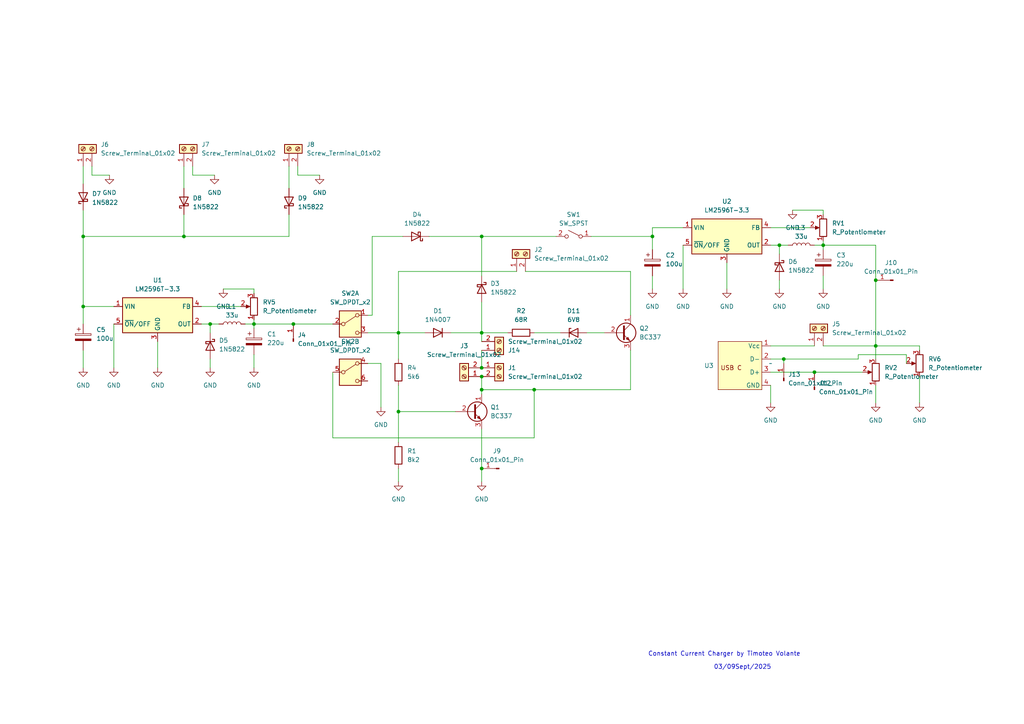
<source format=kicad_sch>
(kicad_sch (version 20230121) (generator eeschema)

  (uuid 354098bf-ba17-4449-a64e-1510dce62542)

  (paper "A4")

  (lib_symbols
    (symbol "Connector:Conn_01x01_Pin" (pin_names (offset 1.016) hide) (in_bom yes) (on_board yes)
      (property "Reference" "J" (at 0 2.54 0)
        (effects (font (size 1.27 1.27)))
      )
      (property "Value" "Conn_01x01_Pin" (at 0 -2.54 0)
        (effects (font (size 1.27 1.27)))
      )
      (property "Footprint" "" (at 0 0 0)
        (effects (font (size 1.27 1.27)) hide)
      )
      (property "Datasheet" "~" (at 0 0 0)
        (effects (font (size 1.27 1.27)) hide)
      )
      (property "ki_locked" "" (at 0 0 0)
        (effects (font (size 1.27 1.27)))
      )
      (property "ki_keywords" "connector" (at 0 0 0)
        (effects (font (size 1.27 1.27)) hide)
      )
      (property "ki_description" "Generic connector, single row, 01x01, script generated" (at 0 0 0)
        (effects (font (size 1.27 1.27)) hide)
      )
      (property "ki_fp_filters" "Connector*:*_1x??_*" (at 0 0 0)
        (effects (font (size 1.27 1.27)) hide)
      )
      (symbol "Conn_01x01_Pin_1_1"
        (polyline
          (pts
            (xy 1.27 0)
            (xy 0.8636 0)
          )
          (stroke (width 0.1524) (type default))
          (fill (type none))
        )
        (rectangle (start 0.8636 0.127) (end 0 -0.127)
          (stroke (width 0.1524) (type default))
          (fill (type outline))
        )
        (pin passive line (at 5.08 0 180) (length 3.81)
          (name "Pin_1" (effects (font (size 1.27 1.27))))
          (number "1" (effects (font (size 1.27 1.27))))
        )
      )
    )
    (symbol "Connector:Screw_Terminal_01x02" (pin_names (offset 1.016) hide) (in_bom yes) (on_board yes)
      (property "Reference" "J" (at 0 2.54 0)
        (effects (font (size 1.27 1.27)))
      )
      (property "Value" "Screw_Terminal_01x02" (at 0 -5.08 0)
        (effects (font (size 1.27 1.27)))
      )
      (property "Footprint" "" (at 0 0 0)
        (effects (font (size 1.27 1.27)) hide)
      )
      (property "Datasheet" "~" (at 0 0 0)
        (effects (font (size 1.27 1.27)) hide)
      )
      (property "ki_keywords" "screw terminal" (at 0 0 0)
        (effects (font (size 1.27 1.27)) hide)
      )
      (property "ki_description" "Generic screw terminal, single row, 01x02, script generated (kicad-library-utils/schlib/autogen/connector/)" (at 0 0 0)
        (effects (font (size 1.27 1.27)) hide)
      )
      (property "ki_fp_filters" "TerminalBlock*:*" (at 0 0 0)
        (effects (font (size 1.27 1.27)) hide)
      )
      (symbol "Screw_Terminal_01x02_1_1"
        (rectangle (start -1.27 1.27) (end 1.27 -3.81)
          (stroke (width 0.254) (type default))
          (fill (type background))
        )
        (circle (center 0 -2.54) (radius 0.635)
          (stroke (width 0.1524) (type default))
          (fill (type none))
        )
        (polyline
          (pts
            (xy -0.5334 -2.2098)
            (xy 0.3302 -3.048)
          )
          (stroke (width 0.1524) (type default))
          (fill (type none))
        )
        (polyline
          (pts
            (xy -0.5334 0.3302)
            (xy 0.3302 -0.508)
          )
          (stroke (width 0.1524) (type default))
          (fill (type none))
        )
        (polyline
          (pts
            (xy -0.3556 -2.032)
            (xy 0.508 -2.8702)
          )
          (stroke (width 0.1524) (type default))
          (fill (type none))
        )
        (polyline
          (pts
            (xy -0.3556 0.508)
            (xy 0.508 -0.3302)
          )
          (stroke (width 0.1524) (type default))
          (fill (type none))
        )
        (circle (center 0 0) (radius 0.635)
          (stroke (width 0.1524) (type default))
          (fill (type none))
        )
        (pin passive line (at -5.08 0 0) (length 3.81)
          (name "Pin_1" (effects (font (size 1.27 1.27))))
          (number "1" (effects (font (size 1.27 1.27))))
        )
        (pin passive line (at -5.08 -2.54 0) (length 3.81)
          (name "Pin_2" (effects (font (size 1.27 1.27))))
          (number "2" (effects (font (size 1.27 1.27))))
        )
      )
    )
    (symbol "Device:C_Polarized" (pin_numbers hide) (pin_names (offset 0.254)) (in_bom yes) (on_board yes)
      (property "Reference" "C" (at 0.635 2.54 0)
        (effects (font (size 1.27 1.27)) (justify left))
      )
      (property "Value" "C_Polarized" (at 0.635 -2.54 0)
        (effects (font (size 1.27 1.27)) (justify left))
      )
      (property "Footprint" "" (at 0.9652 -3.81 0)
        (effects (font (size 1.27 1.27)) hide)
      )
      (property "Datasheet" "~" (at 0 0 0)
        (effects (font (size 1.27 1.27)) hide)
      )
      (property "ki_keywords" "cap capacitor" (at 0 0 0)
        (effects (font (size 1.27 1.27)) hide)
      )
      (property "ki_description" "Polarized capacitor" (at 0 0 0)
        (effects (font (size 1.27 1.27)) hide)
      )
      (property "ki_fp_filters" "CP_*" (at 0 0 0)
        (effects (font (size 1.27 1.27)) hide)
      )
      (symbol "C_Polarized_0_1"
        (rectangle (start -2.286 0.508) (end 2.286 1.016)
          (stroke (width 0) (type default))
          (fill (type none))
        )
        (polyline
          (pts
            (xy -1.778 2.286)
            (xy -0.762 2.286)
          )
          (stroke (width 0) (type default))
          (fill (type none))
        )
        (polyline
          (pts
            (xy -1.27 2.794)
            (xy -1.27 1.778)
          )
          (stroke (width 0) (type default))
          (fill (type none))
        )
        (rectangle (start 2.286 -0.508) (end -2.286 -1.016)
          (stroke (width 0) (type default))
          (fill (type outline))
        )
      )
      (symbol "C_Polarized_1_1"
        (pin passive line (at 0 3.81 270) (length 2.794)
          (name "~" (effects (font (size 1.27 1.27))))
          (number "1" (effects (font (size 1.27 1.27))))
        )
        (pin passive line (at 0 -3.81 90) (length 2.794)
          (name "~" (effects (font (size 1.27 1.27))))
          (number "2" (effects (font (size 1.27 1.27))))
        )
      )
    )
    (symbol "Device:D_Zener" (pin_numbers hide) (pin_names (offset 1.016) hide) (in_bom yes) (on_board yes)
      (property "Reference" "D" (at 0 2.54 0)
        (effects (font (size 1.27 1.27)))
      )
      (property "Value" "D_Zener" (at 0 -2.54 0)
        (effects (font (size 1.27 1.27)))
      )
      (property "Footprint" "" (at 0 0 0)
        (effects (font (size 1.27 1.27)) hide)
      )
      (property "Datasheet" "~" (at 0 0 0)
        (effects (font (size 1.27 1.27)) hide)
      )
      (property "ki_keywords" "diode" (at 0 0 0)
        (effects (font (size 1.27 1.27)) hide)
      )
      (property "ki_description" "Zener diode" (at 0 0 0)
        (effects (font (size 1.27 1.27)) hide)
      )
      (property "ki_fp_filters" "TO-???* *_Diode_* *SingleDiode* D_*" (at 0 0 0)
        (effects (font (size 1.27 1.27)) hide)
      )
      (symbol "D_Zener_0_1"
        (polyline
          (pts
            (xy 1.27 0)
            (xy -1.27 0)
          )
          (stroke (width 0) (type default))
          (fill (type none))
        )
        (polyline
          (pts
            (xy -1.27 -1.27)
            (xy -1.27 1.27)
            (xy -0.762 1.27)
          )
          (stroke (width 0.254) (type default))
          (fill (type none))
        )
        (polyline
          (pts
            (xy 1.27 -1.27)
            (xy 1.27 1.27)
            (xy -1.27 0)
            (xy 1.27 -1.27)
          )
          (stroke (width 0.254) (type default))
          (fill (type none))
        )
      )
      (symbol "D_Zener_1_1"
        (pin passive line (at -3.81 0 0) (length 2.54)
          (name "K" (effects (font (size 1.27 1.27))))
          (number "1" (effects (font (size 1.27 1.27))))
        )
        (pin passive line (at 3.81 0 180) (length 2.54)
          (name "A" (effects (font (size 1.27 1.27))))
          (number "2" (effects (font (size 1.27 1.27))))
        )
      )
    )
    (symbol "Device:L" (pin_numbers hide) (pin_names (offset 1.016) hide) (in_bom yes) (on_board yes)
      (property "Reference" "L" (at -1.27 0 90)
        (effects (font (size 1.27 1.27)))
      )
      (property "Value" "L" (at 1.905 0 90)
        (effects (font (size 1.27 1.27)))
      )
      (property "Footprint" "" (at 0 0 0)
        (effects (font (size 1.27 1.27)) hide)
      )
      (property "Datasheet" "~" (at 0 0 0)
        (effects (font (size 1.27 1.27)) hide)
      )
      (property "ki_keywords" "inductor choke coil reactor magnetic" (at 0 0 0)
        (effects (font (size 1.27 1.27)) hide)
      )
      (property "ki_description" "Inductor" (at 0 0 0)
        (effects (font (size 1.27 1.27)) hide)
      )
      (property "ki_fp_filters" "Choke_* *Coil* Inductor_* L_*" (at 0 0 0)
        (effects (font (size 1.27 1.27)) hide)
      )
      (symbol "L_0_1"
        (arc (start 0 -2.54) (mid 0.6323 -1.905) (end 0 -1.27)
          (stroke (width 0) (type default))
          (fill (type none))
        )
        (arc (start 0 -1.27) (mid 0.6323 -0.635) (end 0 0)
          (stroke (width 0) (type default))
          (fill (type none))
        )
        (arc (start 0 0) (mid 0.6323 0.635) (end 0 1.27)
          (stroke (width 0) (type default))
          (fill (type none))
        )
        (arc (start 0 1.27) (mid 0.6323 1.905) (end 0 2.54)
          (stroke (width 0) (type default))
          (fill (type none))
        )
      )
      (symbol "L_1_1"
        (pin passive line (at 0 3.81 270) (length 1.27)
          (name "1" (effects (font (size 1.27 1.27))))
          (number "1" (effects (font (size 1.27 1.27))))
        )
        (pin passive line (at 0 -3.81 90) (length 1.27)
          (name "2" (effects (font (size 1.27 1.27))))
          (number "2" (effects (font (size 1.27 1.27))))
        )
      )
    )
    (symbol "Device:R" (pin_numbers hide) (pin_names (offset 0)) (in_bom yes) (on_board yes)
      (property "Reference" "R" (at 2.032 0 90)
        (effects (font (size 1.27 1.27)))
      )
      (property "Value" "R" (at 0 0 90)
        (effects (font (size 1.27 1.27)))
      )
      (property "Footprint" "" (at -1.778 0 90)
        (effects (font (size 1.27 1.27)) hide)
      )
      (property "Datasheet" "~" (at 0 0 0)
        (effects (font (size 1.27 1.27)) hide)
      )
      (property "ki_keywords" "R res resistor" (at 0 0 0)
        (effects (font (size 1.27 1.27)) hide)
      )
      (property "ki_description" "Resistor" (at 0 0 0)
        (effects (font (size 1.27 1.27)) hide)
      )
      (property "ki_fp_filters" "R_*" (at 0 0 0)
        (effects (font (size 1.27 1.27)) hide)
      )
      (symbol "R_0_1"
        (rectangle (start -1.016 -2.54) (end 1.016 2.54)
          (stroke (width 0.254) (type default))
          (fill (type none))
        )
      )
      (symbol "R_1_1"
        (pin passive line (at 0 3.81 270) (length 1.27)
          (name "~" (effects (font (size 1.27 1.27))))
          (number "1" (effects (font (size 1.27 1.27))))
        )
        (pin passive line (at 0 -3.81 90) (length 1.27)
          (name "~" (effects (font (size 1.27 1.27))))
          (number "2" (effects (font (size 1.27 1.27))))
        )
      )
    )
    (symbol "Device:R_Potentiometer" (pin_names (offset 1.016) hide) (in_bom yes) (on_board yes)
      (property "Reference" "RV" (at -4.445 0 90)
        (effects (font (size 1.27 1.27)))
      )
      (property "Value" "R_Potentiometer" (at -2.54 0 90)
        (effects (font (size 1.27 1.27)))
      )
      (property "Footprint" "" (at 0 0 0)
        (effects (font (size 1.27 1.27)) hide)
      )
      (property "Datasheet" "~" (at 0 0 0)
        (effects (font (size 1.27 1.27)) hide)
      )
      (property "ki_keywords" "resistor variable" (at 0 0 0)
        (effects (font (size 1.27 1.27)) hide)
      )
      (property "ki_description" "Potentiometer" (at 0 0 0)
        (effects (font (size 1.27 1.27)) hide)
      )
      (property "ki_fp_filters" "Potentiometer*" (at 0 0 0)
        (effects (font (size 1.27 1.27)) hide)
      )
      (symbol "R_Potentiometer_0_1"
        (polyline
          (pts
            (xy 2.54 0)
            (xy 1.524 0)
          )
          (stroke (width 0) (type default))
          (fill (type none))
        )
        (polyline
          (pts
            (xy 1.143 0)
            (xy 2.286 0.508)
            (xy 2.286 -0.508)
            (xy 1.143 0)
          )
          (stroke (width 0) (type default))
          (fill (type outline))
        )
        (rectangle (start 1.016 2.54) (end -1.016 -2.54)
          (stroke (width 0.254) (type default))
          (fill (type none))
        )
      )
      (symbol "R_Potentiometer_1_1"
        (pin passive line (at 0 3.81 270) (length 1.27)
          (name "1" (effects (font (size 1.27 1.27))))
          (number "1" (effects (font (size 1.27 1.27))))
        )
        (pin passive line (at 3.81 0 180) (length 1.27)
          (name "2" (effects (font (size 1.27 1.27))))
          (number "2" (effects (font (size 1.27 1.27))))
        )
        (pin passive line (at 0 -3.81 90) (length 1.27)
          (name "3" (effects (font (size 1.27 1.27))))
          (number "3" (effects (font (size 1.27 1.27))))
        )
      )
    )
    (symbol "Diode:1N4007" (pin_numbers hide) (pin_names hide) (in_bom yes) (on_board yes)
      (property "Reference" "D" (at 0 2.54 0)
        (effects (font (size 1.27 1.27)))
      )
      (property "Value" "1N4007" (at 0 -2.54 0)
        (effects (font (size 1.27 1.27)))
      )
      (property "Footprint" "Diode_THT:D_DO-41_SOD81_P10.16mm_Horizontal" (at 0 -4.445 0)
        (effects (font (size 1.27 1.27)) hide)
      )
      (property "Datasheet" "http://www.vishay.com/docs/88503/1n4001.pdf" (at 0 0 0)
        (effects (font (size 1.27 1.27)) hide)
      )
      (property "Sim.Device" "D" (at 0 0 0)
        (effects (font (size 1.27 1.27)) hide)
      )
      (property "Sim.Pins" "1=K 2=A" (at 0 0 0)
        (effects (font (size 1.27 1.27)) hide)
      )
      (property "ki_keywords" "diode" (at 0 0 0)
        (effects (font (size 1.27 1.27)) hide)
      )
      (property "ki_description" "1000V 1A General Purpose Rectifier Diode, DO-41" (at 0 0 0)
        (effects (font (size 1.27 1.27)) hide)
      )
      (property "ki_fp_filters" "D*DO?41*" (at 0 0 0)
        (effects (font (size 1.27 1.27)) hide)
      )
      (symbol "1N4007_0_1"
        (polyline
          (pts
            (xy -1.27 1.27)
            (xy -1.27 -1.27)
          )
          (stroke (width 0.254) (type default))
          (fill (type none))
        )
        (polyline
          (pts
            (xy 1.27 0)
            (xy -1.27 0)
          )
          (stroke (width 0) (type default))
          (fill (type none))
        )
        (polyline
          (pts
            (xy 1.27 1.27)
            (xy 1.27 -1.27)
            (xy -1.27 0)
            (xy 1.27 1.27)
          )
          (stroke (width 0.254) (type default))
          (fill (type none))
        )
      )
      (symbol "1N4007_1_1"
        (pin passive line (at -3.81 0 0) (length 2.54)
          (name "K" (effects (font (size 1.27 1.27))))
          (number "1" (effects (font (size 1.27 1.27))))
        )
        (pin passive line (at 3.81 0 180) (length 2.54)
          (name "A" (effects (font (size 1.27 1.27))))
          (number "2" (effects (font (size 1.27 1.27))))
        )
      )
    )
    (symbol "Diode:1N5822" (pin_numbers hide) (pin_names (offset 1.016) hide) (in_bom yes) (on_board yes)
      (property "Reference" "D" (at 0 2.54 0)
        (effects (font (size 1.27 1.27)))
      )
      (property "Value" "1N5822" (at 0 -2.54 0)
        (effects (font (size 1.27 1.27)))
      )
      (property "Footprint" "Diode_THT:D_DO-201AD_P15.24mm_Horizontal" (at 0 -4.445 0)
        (effects (font (size 1.27 1.27)) hide)
      )
      (property "Datasheet" "http://www.vishay.com/docs/88526/1n5820.pdf" (at 0 0 0)
        (effects (font (size 1.27 1.27)) hide)
      )
      (property "ki_keywords" "diode Schottky" (at 0 0 0)
        (effects (font (size 1.27 1.27)) hide)
      )
      (property "ki_description" "40V 3A Schottky Barrier Rectifier Diode, DO-201AD" (at 0 0 0)
        (effects (font (size 1.27 1.27)) hide)
      )
      (property "ki_fp_filters" "D*DO?201AD*" (at 0 0 0)
        (effects (font (size 1.27 1.27)) hide)
      )
      (symbol "1N5822_0_1"
        (polyline
          (pts
            (xy 1.27 0)
            (xy -1.27 0)
          )
          (stroke (width 0) (type default))
          (fill (type none))
        )
        (polyline
          (pts
            (xy 1.27 1.27)
            (xy 1.27 -1.27)
            (xy -1.27 0)
            (xy 1.27 1.27)
          )
          (stroke (width 0.254) (type default))
          (fill (type none))
        )
        (polyline
          (pts
            (xy -1.905 0.635)
            (xy -1.905 1.27)
            (xy -1.27 1.27)
            (xy -1.27 -1.27)
            (xy -0.635 -1.27)
            (xy -0.635 -0.635)
          )
          (stroke (width 0.254) (type default))
          (fill (type none))
        )
      )
      (symbol "1N5822_1_1"
        (pin passive line (at -3.81 0 0) (length 2.54)
          (name "K" (effects (font (size 1.27 1.27))))
          (number "1" (effects (font (size 1.27 1.27))))
        )
        (pin passive line (at 3.81 0 180) (length 2.54)
          (name "A" (effects (font (size 1.27 1.27))))
          (number "2" (effects (font (size 1.27 1.27))))
        )
      )
    )
    (symbol "Regulator_Switching:LM2596T-3.3" (in_bom yes) (on_board yes)
      (property "Reference" "U" (at -10.16 6.35 0)
        (effects (font (size 1.27 1.27)) (justify left))
      )
      (property "Value" "LM2596T-3.3" (at 0 6.35 0)
        (effects (font (size 1.27 1.27)) (justify left))
      )
      (property "Footprint" "Package_TO_SOT_THT:TO-220-5_P3.4x3.7mm_StaggerOdd_Lead3.8mm_Vertical" (at 1.27 -6.35 0)
        (effects (font (size 1.27 1.27) italic) (justify left) hide)
      )
      (property "Datasheet" "http://www.ti.com/lit/ds/symlink/lm2596.pdf" (at 0 0 0)
        (effects (font (size 1.27 1.27)) hide)
      )
      (property "ki_keywords" "Step-Down Voltage Regulator 3.3V 3A" (at 0 0 0)
        (effects (font (size 1.27 1.27)) hide)
      )
      (property "ki_description" "3.3V 3A 150kHz Step-Down Voltage Regulator, TO-220" (at 0 0 0)
        (effects (font (size 1.27 1.27)) hide)
      )
      (property "ki_fp_filters" "TO?220*" (at 0 0 0)
        (effects (font (size 1.27 1.27)) hide)
      )
      (symbol "LM2596T-3.3_0_1"
        (rectangle (start -10.16 5.08) (end 10.16 -5.08)
          (stroke (width 0.254) (type default))
          (fill (type background))
        )
      )
      (symbol "LM2596T-3.3_1_1"
        (pin power_in line (at -12.7 2.54 0) (length 2.54)
          (name "VIN" (effects (font (size 1.27 1.27))))
          (number "1" (effects (font (size 1.27 1.27))))
        )
        (pin output line (at 12.7 -2.54 180) (length 2.54)
          (name "OUT" (effects (font (size 1.27 1.27))))
          (number "2" (effects (font (size 1.27 1.27))))
        )
        (pin power_in line (at 0 -7.62 90) (length 2.54)
          (name "GND" (effects (font (size 1.27 1.27))))
          (number "3" (effects (font (size 1.27 1.27))))
        )
        (pin input line (at 12.7 2.54 180) (length 2.54)
          (name "FB" (effects (font (size 1.27 1.27))))
          (number "4" (effects (font (size 1.27 1.27))))
        )
        (pin input line (at -12.7 -2.54 0) (length 2.54)
          (name "~{ON}/OFF" (effects (font (size 1.27 1.27))))
          (number "5" (effects (font (size 1.27 1.27))))
        )
      )
    )
    (symbol "Switch:SW_DPDT_x2" (pin_names (offset 0) hide) (in_bom yes) (on_board yes)
      (property "Reference" "SW" (at 0 5.08 0)
        (effects (font (size 1.27 1.27)))
      )
      (property "Value" "SW_DPDT_x2" (at 0 -5.08 0)
        (effects (font (size 1.27 1.27)))
      )
      (property "Footprint" "" (at 0 0 0)
        (effects (font (size 1.27 1.27)) hide)
      )
      (property "Datasheet" "~" (at 0 0 0)
        (effects (font (size 1.27 1.27)) hide)
      )
      (property "ki_keywords" "switch dual-pole double-throw DPDT spdt ON-ON" (at 0 0 0)
        (effects (font (size 1.27 1.27)) hide)
      )
      (property "ki_description" "Switch, dual pole double throw, separate symbols" (at 0 0 0)
        (effects (font (size 1.27 1.27)) hide)
      )
      (property "ki_fp_filters" "SW*DPDT*" (at 0 0 0)
        (effects (font (size 1.27 1.27)) hide)
      )
      (symbol "SW_DPDT_x2_0_0"
        (circle (center -2.032 0) (radius 0.508)
          (stroke (width 0) (type default))
          (fill (type none))
        )
        (circle (center 2.032 -2.54) (radius 0.508)
          (stroke (width 0) (type default))
          (fill (type none))
        )
      )
      (symbol "SW_DPDT_x2_0_1"
        (rectangle (start -3.175 3.81) (end 3.175 -3.81)
          (stroke (width 0.254) (type default))
          (fill (type background))
        )
        (polyline
          (pts
            (xy -1.524 0.254)
            (xy 1.5748 2.286)
          )
          (stroke (width 0) (type default))
          (fill (type none))
        )
        (circle (center 2.032 2.54) (radius 0.508)
          (stroke (width 0) (type default))
          (fill (type none))
        )
      )
      (symbol "SW_DPDT_x2_1_1"
        (pin passive line (at 5.08 2.54 180) (length 2.54)
          (name "A" (effects (font (size 1.27 1.27))))
          (number "1" (effects (font (size 1.27 1.27))))
        )
        (pin passive line (at -5.08 0 0) (length 2.54)
          (name "B" (effects (font (size 1.27 1.27))))
          (number "2" (effects (font (size 1.27 1.27))))
        )
        (pin passive line (at 5.08 -2.54 180) (length 2.54)
          (name "C" (effects (font (size 1.27 1.27))))
          (number "3" (effects (font (size 1.27 1.27))))
        )
      )
      (symbol "SW_DPDT_x2_2_1"
        (pin passive line (at 5.08 2.54 180) (length 2.54)
          (name "A" (effects (font (size 1.27 1.27))))
          (number "4" (effects (font (size 1.27 1.27))))
        )
        (pin passive line (at -5.08 0 0) (length 2.54)
          (name "B" (effects (font (size 1.27 1.27))))
          (number "5" (effects (font (size 1.27 1.27))))
        )
        (pin passive line (at 5.08 -2.54 180) (length 2.54)
          (name "C" (effects (font (size 1.27 1.27))))
          (number "6" (effects (font (size 1.27 1.27))))
        )
      )
    )
    (symbol "Switch:SW_SPST" (pin_names (offset 0) hide) (in_bom yes) (on_board yes)
      (property "Reference" "SW" (at 0 3.175 0)
        (effects (font (size 1.27 1.27)))
      )
      (property "Value" "SW_SPST" (at 0 -2.54 0)
        (effects (font (size 1.27 1.27)))
      )
      (property "Footprint" "" (at 0 0 0)
        (effects (font (size 1.27 1.27)) hide)
      )
      (property "Datasheet" "~" (at 0 0 0)
        (effects (font (size 1.27 1.27)) hide)
      )
      (property "ki_keywords" "switch lever" (at 0 0 0)
        (effects (font (size 1.27 1.27)) hide)
      )
      (property "ki_description" "Single Pole Single Throw (SPST) switch" (at 0 0 0)
        (effects (font (size 1.27 1.27)) hide)
      )
      (symbol "SW_SPST_0_0"
        (circle (center -2.032 0) (radius 0.508)
          (stroke (width 0) (type default))
          (fill (type none))
        )
        (polyline
          (pts
            (xy -1.524 0.254)
            (xy 1.524 1.778)
          )
          (stroke (width 0) (type default))
          (fill (type none))
        )
        (circle (center 2.032 0) (radius 0.508)
          (stroke (width 0) (type default))
          (fill (type none))
        )
      )
      (symbol "SW_SPST_1_1"
        (pin passive line (at -5.08 0 0) (length 2.54)
          (name "A" (effects (font (size 1.27 1.27))))
          (number "1" (effects (font (size 1.27 1.27))))
        )
        (pin passive line (at 5.08 0 180) (length 2.54)
          (name "B" (effects (font (size 1.27 1.27))))
          (number "2" (effects (font (size 1.27 1.27))))
        )
      )
    )
    (symbol "Transistor_BJT:BC337" (pin_names (offset 0) hide) (in_bom yes) (on_board yes)
      (property "Reference" "Q" (at 5.08 1.905 0)
        (effects (font (size 1.27 1.27)) (justify left))
      )
      (property "Value" "BC337" (at 5.08 0 0)
        (effects (font (size 1.27 1.27)) (justify left))
      )
      (property "Footprint" "Package_TO_SOT_THT:TO-92_Inline" (at 5.08 -1.905 0)
        (effects (font (size 1.27 1.27) italic) (justify left) hide)
      )
      (property "Datasheet" "https://diotec.com/tl_files/diotec/files/pdf/datasheets/bc337.pdf" (at 0 0 0)
        (effects (font (size 1.27 1.27)) (justify left) hide)
      )
      (property "ki_keywords" "NPN Transistor" (at 0 0 0)
        (effects (font (size 1.27 1.27)) hide)
      )
      (property "ki_description" "0.8A Ic, 45V Vce, NPN Transistor, TO-92" (at 0 0 0)
        (effects (font (size 1.27 1.27)) hide)
      )
      (property "ki_fp_filters" "TO?92*" (at 0 0 0)
        (effects (font (size 1.27 1.27)) hide)
      )
      (symbol "BC337_0_1"
        (polyline
          (pts
            (xy 0 0)
            (xy 0.635 0)
          )
          (stroke (width 0) (type default))
          (fill (type none))
        )
        (polyline
          (pts
            (xy 0.635 0.635)
            (xy 2.54 2.54)
          )
          (stroke (width 0) (type default))
          (fill (type none))
        )
        (polyline
          (pts
            (xy 0.635 -0.635)
            (xy 2.54 -2.54)
            (xy 2.54 -2.54)
          )
          (stroke (width 0) (type default))
          (fill (type none))
        )
        (polyline
          (pts
            (xy 0.635 1.905)
            (xy 0.635 -1.905)
            (xy 0.635 -1.905)
          )
          (stroke (width 0.508) (type default))
          (fill (type none))
        )
        (polyline
          (pts
            (xy 1.27 -1.778)
            (xy 1.778 -1.27)
            (xy 2.286 -2.286)
            (xy 1.27 -1.778)
            (xy 1.27 -1.778)
          )
          (stroke (width 0) (type default))
          (fill (type outline))
        )
        (circle (center 1.27 0) (radius 2.8194)
          (stroke (width 0.254) (type default))
          (fill (type none))
        )
      )
      (symbol "BC337_1_1"
        (pin passive line (at 2.54 5.08 270) (length 2.54)
          (name "C" (effects (font (size 1.27 1.27))))
          (number "1" (effects (font (size 1.27 1.27))))
        )
        (pin input line (at -5.08 0 0) (length 5.08)
          (name "B" (effects (font (size 1.27 1.27))))
          (number "2" (effects (font (size 1.27 1.27))))
        )
        (pin passive line (at 2.54 -5.08 90) (length 2.54)
          (name "E" (effects (font (size 1.27 1.27))))
          (number "3" (effects (font (size 1.27 1.27))))
        )
      )
    )
    (symbol "power:GND" (power) (pin_names (offset 0)) (in_bom yes) (on_board yes)
      (property "Reference" "#PWR" (at 0 -6.35 0)
        (effects (font (size 1.27 1.27)) hide)
      )
      (property "Value" "GND" (at 0 -3.81 0)
        (effects (font (size 1.27 1.27)))
      )
      (property "Footprint" "" (at 0 0 0)
        (effects (font (size 1.27 1.27)) hide)
      )
      (property "Datasheet" "" (at 0 0 0)
        (effects (font (size 1.27 1.27)) hide)
      )
      (property "ki_keywords" "global power" (at 0 0 0)
        (effects (font (size 1.27 1.27)) hide)
      )
      (property "ki_description" "Power symbol creates a global label with name \"GND\" , ground" (at 0 0 0)
        (effects (font (size 1.27 1.27)) hide)
      )
      (symbol "GND_0_1"
        (polyline
          (pts
            (xy 0 0)
            (xy 0 -1.27)
            (xy 1.27 -1.27)
            (xy 0 -2.54)
            (xy -1.27 -1.27)
            (xy 0 -1.27)
          )
          (stroke (width 0) (type default))
          (fill (type none))
        )
      )
      (symbol "GND_1_1"
        (pin power_in line (at 0 0 270) (length 0) hide
          (name "GND" (effects (font (size 1.27 1.27))))
          (number "1" (effects (font (size 1.27 1.27))))
        )
      )
    )
    (symbol "solarChargerSymbol:PCB_USB_C_connector" (in_bom yes) (on_board yes)
      (property "Reference" "U" (at 0 0 0)
        (effects (font (size 1.27 1.27)))
      )
      (property "Value" "" (at 0 0 0)
        (effects (font (size 1.27 1.27)))
      )
      (property "Footprint" "" (at 0 0 0)
        (effects (font (size 1.27 1.27)) hide)
      )
      (property "Datasheet" "" (at 0 0 0)
        (effects (font (size 1.27 1.27)) hide)
      )
      (symbol "PCB_USB_C_connector_1_1"
        (rectangle (start 2.54 6.35) (end 15.24 -7.62)
          (stroke (width 0) (type default))
          (fill (type background))
        )
        (text "USB C" (at 11.43 -1.27 0)
          (effects (font (size 1.27 1.27)))
        )
        (pin power_in line (at 0 5.08 0) (length 2.54)
          (name "Vcc" (effects (font (size 1.27 1.27))))
          (number "1" (effects (font (size 1.27 1.27))))
        )
        (pin bidirectional line (at 0 1.27 0) (length 2.54)
          (name "D-" (effects (font (size 1.27 1.27))))
          (number "2" (effects (font (size 1.27 1.27))))
        )
        (pin bidirectional line (at 0 -2.54 0) (length 2.54)
          (name "D+" (effects (font (size 1.27 1.27))))
          (number "3" (effects (font (size 1.27 1.27))))
        )
        (pin power_in line (at 0 -6.35 0) (length 2.54)
          (name "GND" (effects (font (size 1.27 1.27))))
          (number "4" (effects (font (size 1.27 1.27))))
        )
      )
    )
  )

  (junction (at 139.7 109.22) (diameter 0) (color 0 0 0 0)
    (uuid 1825ee84-c60d-4d4e-81ac-a5010b038a57)
  )
  (junction (at 115.57 119.38) (diameter 0) (color 0 0 0 0)
    (uuid 1ff91886-a03a-43b7-bdee-0b363ea82eab)
  )
  (junction (at 24.13 88.9) (diameter 0) (color 0 0 0 0)
    (uuid 22f041ee-bf36-4d9f-858c-7135b2cfaffe)
  )
  (junction (at 227.33 104.14) (diameter 0) (color 0 0 0 0)
    (uuid 29355884-6666-4217-9eaf-c85666e7b75a)
  )
  (junction (at 226.06 71.12) (diameter 0) (color 0 0 0 0)
    (uuid 319186df-3383-4712-bf46-89e62a360994)
  )
  (junction (at 53.34 68.58) (diameter 0) (color 0 0 0 0)
    (uuid 52574fe7-c042-4dd9-98ab-2dab548edec5)
  )
  (junction (at 254 81.28) (diameter 0) (color 0 0 0 0)
    (uuid 58e9e345-ce52-4a2b-8854-23d12704e848)
  )
  (junction (at 60.96 93.98) (diameter 0) (color 0 0 0 0)
    (uuid 88b8965f-40dd-4a50-9d3f-0419fc2d2960)
  )
  (junction (at 139.7 106.68) (diameter 0) (color 0 0 0 0)
    (uuid 949720c5-d46e-414d-8716-10b063276cf8)
  )
  (junction (at 236.22 107.95) (diameter 0) (color 0 0 0 0)
    (uuid 9987637b-7efd-47ca-9f6d-314ea80834c2)
  )
  (junction (at 115.57 96.52) (diameter 0) (color 0 0 0 0)
    (uuid 9f3b31f0-b9ac-43af-ba0c-90e5b2179c9e)
  )
  (junction (at 254 100.33) (diameter 0) (color 0 0 0 0)
    (uuid a5f0c980-a033-402a-8e57-8d305be8a2bc)
  )
  (junction (at 85.09 93.98) (diameter 0) (color 0 0 0 0)
    (uuid abf90706-2946-4411-b994-d8903823aea5)
  )
  (junction (at 139.7 113.03) (diameter 0) (color 0 0 0 0)
    (uuid aed7647a-7817-4cd5-b9bb-04f20255beca)
  )
  (junction (at 238.76 71.12) (diameter 0) (color 0 0 0 0)
    (uuid b66432c3-f1a9-4b4f-97d9-d7743b646b47)
  )
  (junction (at 24.13 68.58) (diameter 0) (color 0 0 0 0)
    (uuid b9fc7282-8fcc-4382-9a1a-469b4fcb6e0b)
  )
  (junction (at 154.94 113.03) (diameter 0) (color 0 0 0 0)
    (uuid c1bdad55-38e3-4633-867e-8808eb918e5f)
  )
  (junction (at 139.7 96.52) (diameter 0) (color 0 0 0 0)
    (uuid c638cdfb-720f-49cb-b8c2-e519ae739387)
  )
  (junction (at 139.7 68.58) (diameter 0) (color 0 0 0 0)
    (uuid d4a4560a-9c4c-4965-95b0-e156b662274c)
  )
  (junction (at 189.23 68.58) (diameter 0) (color 0 0 0 0)
    (uuid dfb93970-38eb-4e7d-aaea-c64d89469cea)
  )
  (junction (at 73.66 93.98) (diameter 0) (color 0 0 0 0)
    (uuid e76a92d1-38cf-48ed-a17d-8e4526a50700)
  )
  (junction (at 139.7 135.89) (diameter 0) (color 0 0 0 0)
    (uuid f4fc7946-1046-4ad8-8d81-6450cec098d9)
  )

  (wire (pts (xy 96.52 127) (xy 154.94 127))
    (stroke (width 0) (type default))
    (uuid 005fc8c6-3e68-45ef-b46f-0440dac7baee)
  )
  (wire (pts (xy 86.36 50.8) (xy 92.71 50.8))
    (stroke (width 0) (type default))
    (uuid 02d461da-ef1a-4e00-ad74-8a283e2651d9)
  )
  (wire (pts (xy 73.66 92.71) (xy 73.66 93.98))
    (stroke (width 0) (type default))
    (uuid 070e20bc-b838-4e79-b6ef-2582049df029)
  )
  (wire (pts (xy 170.18 96.52) (xy 175.26 96.52))
    (stroke (width 0) (type default))
    (uuid 12c9c0b3-611c-404f-a75f-f561f63f8234)
  )
  (wire (pts (xy 83.82 48.26) (xy 83.82 54.61))
    (stroke (width 0) (type default))
    (uuid 13f20bac-9ea9-4d14-9894-122d0df2b362)
  )
  (wire (pts (xy 227.33 104.14) (xy 248.92 104.14))
    (stroke (width 0) (type default))
    (uuid 18c1712f-b4e6-49d0-b28e-f0b11b0dea77)
  )
  (wire (pts (xy 60.96 93.98) (xy 60.96 96.52))
    (stroke (width 0) (type default))
    (uuid 196cc703-7209-4084-91aa-4feca79f3017)
  )
  (wire (pts (xy 115.57 135.89) (xy 115.57 139.7))
    (stroke (width 0) (type default))
    (uuid 1d2f7b2c-3537-4454-a13a-722c49202a21)
  )
  (wire (pts (xy 33.02 88.9) (xy 24.13 88.9))
    (stroke (width 0) (type default))
    (uuid 22771320-776b-4a94-8ce3-399ef6931a1d)
  )
  (wire (pts (xy 73.66 102.87) (xy 73.66 106.68))
    (stroke (width 0) (type default))
    (uuid 260d2cfb-132a-4f29-92f8-10415691d513)
  )
  (wire (pts (xy 152.4 78.74) (xy 182.88 78.74))
    (stroke (width 0) (type default))
    (uuid 285c3f4e-1295-4794-a0e0-e6592a0bfe3b)
  )
  (wire (pts (xy 223.52 71.12) (xy 226.06 71.12))
    (stroke (width 0) (type default))
    (uuid 2b2ae4e1-5ae6-48d3-adb7-5c146313048d)
  )
  (wire (pts (xy 254 81.28) (xy 254 100.33))
    (stroke (width 0) (type default))
    (uuid 2cfc6bf2-9a45-47b2-850b-69d1ab603156)
  )
  (wire (pts (xy 262.89 102.87) (xy 262.89 105.41))
    (stroke (width 0) (type default))
    (uuid 2d29f4dd-f7a1-48bc-99aa-36b56d42f05a)
  )
  (wire (pts (xy 24.13 68.58) (xy 24.13 88.9))
    (stroke (width 0) (type default))
    (uuid 3549a698-f327-425b-8dc4-4e37d8f975f4)
  )
  (wire (pts (xy 55.88 48.26) (xy 55.88 50.8))
    (stroke (width 0) (type default))
    (uuid 35cdb6c1-33f7-492f-89c1-19dbcd1a2550)
  )
  (wire (pts (xy 24.13 48.26) (xy 24.13 53.34))
    (stroke (width 0) (type default))
    (uuid 3825b421-8610-46b8-8363-97639b6cd817)
  )
  (wire (pts (xy 124.46 68.58) (xy 139.7 68.58))
    (stroke (width 0) (type default))
    (uuid 38df4561-8df2-4e88-88d8-f4eb0702240b)
  )
  (wire (pts (xy 71.12 93.98) (xy 73.66 93.98))
    (stroke (width 0) (type default))
    (uuid 3a0a2cad-e895-4c6f-8fb8-88ef3e9e4380)
  )
  (wire (pts (xy 189.23 66.04) (xy 189.23 68.58))
    (stroke (width 0) (type default))
    (uuid 3a0bc8ed-999f-4d35-9d95-cb411a491311)
  )
  (wire (pts (xy 189.23 66.04) (xy 198.12 66.04))
    (stroke (width 0) (type default))
    (uuid 3a854be1-6947-40d5-91ae-79bfe58f92e1)
  )
  (wire (pts (xy 139.7 124.46) (xy 139.7 135.89))
    (stroke (width 0) (type default))
    (uuid 3bacf803-c535-489c-ae2e-37c6471c766c)
  )
  (wire (pts (xy 223.52 107.95) (xy 236.22 107.95))
    (stroke (width 0) (type default))
    (uuid 3d7636a7-8f7c-4ec5-a084-e4927d64c963)
  )
  (wire (pts (xy 248.92 104.14) (xy 248.92 102.87))
    (stroke (width 0) (type default))
    (uuid 3d90548d-ed71-4d6e-ac98-09a4e818e997)
  )
  (wire (pts (xy 254 100.33) (xy 266.7 100.33))
    (stroke (width 0) (type default))
    (uuid 3f207524-9118-42c1-b834-0e45f75bfe86)
  )
  (wire (pts (xy 238.76 69.85) (xy 238.76 71.12))
    (stroke (width 0) (type default))
    (uuid 40e04081-1f61-4ef5-820a-382aa6dcf792)
  )
  (wire (pts (xy 139.7 96.52) (xy 147.32 96.52))
    (stroke (width 0) (type default))
    (uuid 4396fa2d-698b-43a4-a150-ca57b41b0a59)
  )
  (wire (pts (xy 73.66 93.98) (xy 85.09 93.98))
    (stroke (width 0) (type default))
    (uuid 47808441-5b00-4bc0-82eb-b29ec184ddd0)
  )
  (wire (pts (xy 31.75 50.8) (xy 26.67 50.8))
    (stroke (width 0) (type default))
    (uuid 4b8321bf-72e5-4fbf-b2a0-767bd67da138)
  )
  (wire (pts (xy 238.76 100.33) (xy 254 100.33))
    (stroke (width 0) (type default))
    (uuid 4c0a0ece-a946-4dac-a3e2-586908148428)
  )
  (wire (pts (xy 139.7 96.52) (xy 139.7 99.06))
    (stroke (width 0) (type default))
    (uuid 4c115cfd-107c-4d4f-a462-5254b04e83e0)
  )
  (wire (pts (xy 139.7 135.89) (xy 139.7 139.7))
    (stroke (width 0) (type default))
    (uuid 4c3545dd-6e03-4de7-a523-bdbfc85d2aea)
  )
  (wire (pts (xy 238.76 60.96) (xy 229.87 60.96))
    (stroke (width 0) (type default))
    (uuid 4c466b57-3fcc-41f4-a26b-aceeeda0a6e6)
  )
  (wire (pts (xy 45.72 99.06) (xy 45.72 106.68))
    (stroke (width 0) (type default))
    (uuid 4d4b81e4-79ec-47c0-83b1-0520c7405a12)
  )
  (wire (pts (xy 254 100.33) (xy 254 104.14))
    (stroke (width 0) (type default))
    (uuid 5246bd58-c0d6-431f-84fd-bf83d20c1efa)
  )
  (wire (pts (xy 115.57 78.74) (xy 115.57 96.52))
    (stroke (width 0) (type default))
    (uuid 529685a3-109c-4f2c-8873-ac99e66b205c)
  )
  (wire (pts (xy 223.52 111.76) (xy 223.52 116.84))
    (stroke (width 0) (type default))
    (uuid 53f8e181-8bb6-4eb1-95bd-1586ee2d931d)
  )
  (wire (pts (xy 236.22 71.12) (xy 238.76 71.12))
    (stroke (width 0) (type default))
    (uuid 566ef03c-4992-469a-af4b-0712781b8b86)
  )
  (wire (pts (xy 238.76 71.12) (xy 254 71.12))
    (stroke (width 0) (type default))
    (uuid 572c04a4-7696-4676-a1b6-129e2ceb8057)
  )
  (wire (pts (xy 73.66 83.82) (xy 64.77 83.82))
    (stroke (width 0) (type default))
    (uuid 597bb892-3198-4ee7-863d-a88741d67055)
  )
  (wire (pts (xy 106.68 105.41) (xy 110.49 105.41))
    (stroke (width 0) (type default))
    (uuid 59a7baca-0e44-47d4-ace3-35630f99a84d)
  )
  (wire (pts (xy 236.22 107.95) (xy 250.19 107.95))
    (stroke (width 0) (type default))
    (uuid 5cb9a5f8-b81a-44b1-937c-d35e0827b059)
  )
  (wire (pts (xy 115.57 96.52) (xy 123.19 96.52))
    (stroke (width 0) (type default))
    (uuid 5ef6c526-13ce-4319-add2-b274764225fc)
  )
  (wire (pts (xy 96.52 107.95) (xy 96.52 127))
    (stroke (width 0) (type default))
    (uuid 633583f6-5222-45f0-8dad-3e4388085d74)
  )
  (wire (pts (xy 139.7 101.6) (xy 139.7 106.68))
    (stroke (width 0) (type default))
    (uuid 63caf031-10de-45dd-b852-8154c3e4aaf7)
  )
  (wire (pts (xy 238.76 71.12) (xy 238.76 72.39))
    (stroke (width 0) (type default))
    (uuid 63fb3d82-3d8b-45a8-a2df-b70f54e3b242)
  )
  (wire (pts (xy 115.57 119.38) (xy 132.08 119.38))
    (stroke (width 0) (type default))
    (uuid 662e1ec0-492a-40e5-af1f-e7313c40c60e)
  )
  (wire (pts (xy 154.94 96.52) (xy 162.56 96.52))
    (stroke (width 0) (type default))
    (uuid 66907440-4ea5-4756-9d64-e918fc34920b)
  )
  (wire (pts (xy 115.57 78.74) (xy 149.86 78.74))
    (stroke (width 0) (type default))
    (uuid 671d2911-6a04-4378-899d-7d900c98fe0e)
  )
  (wire (pts (xy 182.88 78.74) (xy 182.88 91.44))
    (stroke (width 0) (type default))
    (uuid 6986a421-56cc-48fe-82dc-8fce7ad77efb)
  )
  (wire (pts (xy 139.7 68.58) (xy 139.7 80.01))
    (stroke (width 0) (type default))
    (uuid 69dc027b-c3c4-43b0-a5f4-0490d755e8b8)
  )
  (wire (pts (xy 226.06 71.12) (xy 226.06 73.66))
    (stroke (width 0) (type default))
    (uuid 6f1b1535-e39f-4afc-9087-c06372e987ed)
  )
  (wire (pts (xy 53.34 68.58) (xy 83.82 68.58))
    (stroke (width 0) (type default))
    (uuid 7111042c-faec-462f-af3e-cd8d1385a16e)
  )
  (wire (pts (xy 139.7 113.03) (xy 139.7 114.3))
    (stroke (width 0) (type default))
    (uuid 79156312-60da-49bc-b7a6-2b0573a2c7f4)
  )
  (wire (pts (xy 227.33 104.14) (xy 227.33 105.41))
    (stroke (width 0) (type default))
    (uuid 7bef9fd2-c9b7-45dd-bd5a-21c7ad3b643e)
  )
  (wire (pts (xy 24.13 88.9) (xy 24.13 93.98))
    (stroke (width 0) (type default))
    (uuid 7bffd66e-b9a5-45d8-a0da-b4841586289a)
  )
  (wire (pts (xy 58.42 93.98) (xy 60.96 93.98))
    (stroke (width 0) (type default))
    (uuid 7db006a0-6e8a-49d1-81ad-2209859d626e)
  )
  (wire (pts (xy 226.06 71.12) (xy 228.6 71.12))
    (stroke (width 0) (type default))
    (uuid 7efbf49b-0ca8-4b14-b575-d541d1425a27)
  )
  (wire (pts (xy 154.94 127) (xy 154.94 113.03))
    (stroke (width 0) (type default))
    (uuid 88ec4187-58f6-45d1-9896-9a2bcafe61b6)
  )
  (wire (pts (xy 110.49 105.41) (xy 110.49 118.11))
    (stroke (width 0) (type default))
    (uuid 8910c9bf-ed10-441d-90a7-17be14127afb)
  )
  (wire (pts (xy 73.66 85.09) (xy 73.66 83.82))
    (stroke (width 0) (type default))
    (uuid 8f751595-421d-4d67-bfe1-310c5fadc8ea)
  )
  (wire (pts (xy 189.23 80.01) (xy 189.23 83.82))
    (stroke (width 0) (type default))
    (uuid 90dca86c-cf67-4bc8-ac4f-00b77f4d010e)
  )
  (wire (pts (xy 53.34 48.26) (xy 53.34 54.61))
    (stroke (width 0) (type default))
    (uuid 962d3ea1-8bb1-481e-b860-8d8cec3fa093)
  )
  (wire (pts (xy 189.23 68.58) (xy 189.23 72.39))
    (stroke (width 0) (type default))
    (uuid 9770a753-e412-4b88-85f3-2b35a761913e)
  )
  (wire (pts (xy 24.13 101.6) (xy 24.13 106.68))
    (stroke (width 0) (type default))
    (uuid 9a6cd0ca-c2ba-4770-9028-f5d3ad8fc634)
  )
  (wire (pts (xy 115.57 111.76) (xy 115.57 119.38))
    (stroke (width 0) (type default))
    (uuid 9cdaf29e-0ea8-4ab8-91a8-d4aaa0c4aeb1)
  )
  (wire (pts (xy 210.82 76.2) (xy 210.82 83.82))
    (stroke (width 0) (type default))
    (uuid a1021b07-7f69-4541-b243-5defc5a4632f)
  )
  (wire (pts (xy 83.82 62.23) (xy 83.82 68.58))
    (stroke (width 0) (type default))
    (uuid a59f4ab0-812b-4de0-96b2-37423eb5d467)
  )
  (wire (pts (xy 226.06 81.28) (xy 226.06 83.82))
    (stroke (width 0) (type default))
    (uuid ab138d5d-c7f4-410d-9d31-02a834837fbe)
  )
  (wire (pts (xy 85.09 93.98) (xy 96.52 93.98))
    (stroke (width 0) (type default))
    (uuid af5bead9-d56f-494c-8653-82fc1702eceb)
  )
  (wire (pts (xy 106.68 91.44) (xy 107.95 91.44))
    (stroke (width 0) (type default))
    (uuid af85501e-3423-4547-be54-e25e0103a43c)
  )
  (wire (pts (xy 58.42 88.9) (xy 69.85 88.9))
    (stroke (width 0) (type default))
    (uuid b155489d-565b-44aa-a5d8-aaf0a65d980c)
  )
  (wire (pts (xy 139.7 113.03) (xy 154.94 113.03))
    (stroke (width 0) (type default))
    (uuid b2452d41-698a-4bfb-9a3a-e3eea0719b8b)
  )
  (wire (pts (xy 154.94 113.03) (xy 182.88 113.03))
    (stroke (width 0) (type default))
    (uuid b3cadea0-c394-483e-82f9-e7f9332dd342)
  )
  (wire (pts (xy 171.45 68.58) (xy 189.23 68.58))
    (stroke (width 0) (type default))
    (uuid b754b5c9-24d2-435a-8caf-c42ef164da61)
  )
  (wire (pts (xy 86.36 48.26) (xy 86.36 50.8))
    (stroke (width 0) (type default))
    (uuid b7ca57d2-fd25-4451-86d4-1a20eec46a85)
  )
  (wire (pts (xy 223.52 104.14) (xy 227.33 104.14))
    (stroke (width 0) (type default))
    (uuid b7f70a02-6178-41a5-ae6f-ccd1795a0099)
  )
  (wire (pts (xy 33.02 93.98) (xy 33.02 106.68))
    (stroke (width 0) (type default))
    (uuid b8e7890b-9944-4354-b118-742da78eba60)
  )
  (wire (pts (xy 248.92 102.87) (xy 262.89 102.87))
    (stroke (width 0) (type default))
    (uuid b94a464c-b087-49b5-a8bc-68736f7ca2dc)
  )
  (wire (pts (xy 182.88 101.6) (xy 182.88 113.03))
    (stroke (width 0) (type default))
    (uuid ba3838e8-43bd-4570-8592-af2de84d29ed)
  )
  (wire (pts (xy 24.13 60.96) (xy 24.13 68.58))
    (stroke (width 0) (type default))
    (uuid be52545f-b439-44f2-b8af-c49442014b16)
  )
  (wire (pts (xy 107.95 68.58) (xy 116.84 68.58))
    (stroke (width 0) (type default))
    (uuid c057456f-f1cd-45dc-a34d-f60b83fa5638)
  )
  (wire (pts (xy 254 71.12) (xy 254 81.28))
    (stroke (width 0) (type default))
    (uuid c0c5cdc9-b307-4350-9800-f047e814401a)
  )
  (wire (pts (xy 130.81 96.52) (xy 139.7 96.52))
    (stroke (width 0) (type default))
    (uuid c21f3ba4-3f94-4ee4-8264-58423c9b3253)
  )
  (wire (pts (xy 139.7 87.63) (xy 139.7 96.52))
    (stroke (width 0) (type default))
    (uuid cc81230f-bcca-4306-acf5-3e51f16e5802)
  )
  (wire (pts (xy 139.7 68.58) (xy 161.29 68.58))
    (stroke (width 0) (type default))
    (uuid cfca246b-c2c5-4419-b497-a7d075430e58)
  )
  (wire (pts (xy 60.96 93.98) (xy 63.5 93.98))
    (stroke (width 0) (type default))
    (uuid d0f8c5e9-3140-43cc-a6ee-097403ce6aec)
  )
  (wire (pts (xy 115.57 96.52) (xy 115.57 104.14))
    (stroke (width 0) (type default))
    (uuid d6a5b4b6-fda8-4443-b320-c17971e3359c)
  )
  (wire (pts (xy 223.52 66.04) (xy 234.95 66.04))
    (stroke (width 0) (type default))
    (uuid d840efb7-16fd-493e-9143-3460da57f163)
  )
  (wire (pts (xy 223.52 100.33) (xy 236.22 100.33))
    (stroke (width 0) (type default))
    (uuid d8519922-9084-4c77-a4cd-9a17c3be6ac2)
  )
  (wire (pts (xy 198.12 71.12) (xy 198.12 83.82))
    (stroke (width 0) (type default))
    (uuid dcb203d5-1fe9-47a8-89f6-d970debf9de7)
  )
  (wire (pts (xy 115.57 119.38) (xy 115.57 128.27))
    (stroke (width 0) (type default))
    (uuid e00ae985-5d55-4654-8ff1-da12e8108253)
  )
  (wire (pts (xy 238.76 80.01) (xy 238.76 83.82))
    (stroke (width 0) (type default))
    (uuid e1af97e6-1460-4f0b-8dd6-c8084dc425ef)
  )
  (wire (pts (xy 24.13 68.58) (xy 53.34 68.58))
    (stroke (width 0) (type default))
    (uuid e511206e-e40c-4b4b-9098-b9d9697840d8)
  )
  (wire (pts (xy 107.95 91.44) (xy 107.95 68.58))
    (stroke (width 0) (type default))
    (uuid e90c94ac-538a-4ff8-9aea-8bdcda3b9d7b)
  )
  (wire (pts (xy 55.88 50.8) (xy 62.23 50.8))
    (stroke (width 0) (type default))
    (uuid ec11138f-2008-4e31-81ca-c4550943e2db)
  )
  (wire (pts (xy 266.7 109.22) (xy 266.7 116.84))
    (stroke (width 0) (type default))
    (uuid eff88a30-0a3a-47ff-b4f2-56e1fb69e1bf)
  )
  (wire (pts (xy 139.7 109.22) (xy 139.7 113.03))
    (stroke (width 0) (type default))
    (uuid f0dc19cc-6bd8-433c-bc61-e83fef3d0632)
  )
  (wire (pts (xy 26.67 50.8) (xy 26.67 48.26))
    (stroke (width 0) (type default))
    (uuid f145bb25-77e4-401d-9d29-9f2aebfe535b)
  )
  (wire (pts (xy 73.66 93.98) (xy 73.66 95.25))
    (stroke (width 0) (type default))
    (uuid f2ebc3b2-fce5-48a9-a5bd-8d7226db2e58)
  )
  (wire (pts (xy 266.7 100.33) (xy 266.7 101.6))
    (stroke (width 0) (type default))
    (uuid f402086f-b601-4958-b8bd-2c8fb282b910)
  )
  (wire (pts (xy 53.34 62.23) (xy 53.34 68.58))
    (stroke (width 0) (type default))
    (uuid f49d057f-a93f-484f-b922-1993db93f906)
  )
  (wire (pts (xy 106.68 96.52) (xy 115.57 96.52))
    (stroke (width 0) (type default))
    (uuid fb08762c-462e-4fff-b8af-0d68a70f26f0)
  )
  (wire (pts (xy 60.96 104.14) (xy 60.96 106.68))
    (stroke (width 0) (type default))
    (uuid fb0e0b2f-9dcd-4ceb-ab35-5e833f7c35db)
  )
  (wire (pts (xy 254 116.84) (xy 254 111.76))
    (stroke (width 0) (type default))
    (uuid fdf04c0c-4171-4e07-b313-2055442b8bf4)
  )
  (wire (pts (xy 238.76 62.23) (xy 238.76 60.96))
    (stroke (width 0) (type default))
    (uuid ff8e374f-2b9e-4b90-9d5f-32e57ede5b81)
  )

  (text "Constant Current Charger by Timoteo Volante" (at 187.96 190.5 0)
    (effects (font (size 1.27 1.27)) (justify left bottom))
    (uuid 1d280e46-2d52-47c8-85e7-3fbcfa1315b9)
  )
  (text "03/09Sept/2025" (at 207.01 194.31 0)
    (effects (font (size 1.27 1.27)) (justify left bottom))
    (uuid ee6adef2-9376-4690-af6e-c4aa8f0330a0)
  )

  (symbol (lib_id "Device:R") (at 151.13 96.52 90) (unit 1)
    (in_bom yes) (on_board yes) (dnp no) (fields_autoplaced)
    (uuid 0068515d-6775-4535-8c85-13b7c3fc2c30)
    (property "Reference" "R2" (at 151.13 90.17 90)
      (effects (font (size 1.27 1.27)))
    )
    (property "Value" "68R" (at 151.13 92.71 90)
      (effects (font (size 1.27 1.27)))
    )
    (property "Footprint" "Resistor_THT:R_Axial_DIN0207_L6.3mm_D2.5mm_P10.16mm_Horizontal" (at 151.13 98.298 90)
      (effects (font (size 1.27 1.27)) hide)
    )
    (property "Datasheet" "~" (at 151.13 96.52 0)
      (effects (font (size 1.27 1.27)) hide)
    )
    (pin "2" (uuid 5d88fc30-164c-4e77-8cbb-60e4a2bc6f26))
    (pin "1" (uuid 7c15ee18-e6b3-4dec-88e4-8cbeb9d5d480))
    (instances
      (project "solarCharger"
        (path "/354098bf-ba17-4449-a64e-1510dce62542"
          (reference "R2") (unit 1)
        )
      )
    )
  )

  (symbol (lib_id "Connector:Conn_01x01_Pin") (at 85.09 99.06 90) (unit 1)
    (in_bom yes) (on_board yes) (dnp no) (fields_autoplaced)
    (uuid 04362553-0c16-49ca-b5d6-9e54650d1580)
    (property "Reference" "J4" (at 86.36 97.155 90)
      (effects (font (size 1.27 1.27)) (justify right))
    )
    (property "Value" "Conn_01x01_Pin" (at 86.36 99.695 90)
      (effects (font (size 1.27 1.27)) (justify right))
    )
    (property "Footprint" "Connector_PinHeader_2.54mm:PinHeader_1x01_P2.54mm_Vertical" (at 85.09 99.06 0)
      (effects (font (size 1.27 1.27)) hide)
    )
    (property "Datasheet" "~" (at 85.09 99.06 0)
      (effects (font (size 1.27 1.27)) hide)
    )
    (pin "1" (uuid 58afdeca-cd77-4690-8d43-3e83a92d75b1))
    (instances
      (project "solarCharger"
        (path "/354098bf-ba17-4449-a64e-1510dce62542"
          (reference "J4") (unit 1)
        )
      )
    )
  )

  (symbol (lib_id "power:GND") (at 229.87 60.96 0) (unit 1)
    (in_bom yes) (on_board yes) (dnp no) (fields_autoplaced)
    (uuid 04ffe908-b38f-4073-a77c-507254556886)
    (property "Reference" "#PWR014" (at 229.87 67.31 0)
      (effects (font (size 1.27 1.27)) hide)
    )
    (property "Value" "GND" (at 229.87 66.04 0)
      (effects (font (size 1.27 1.27)))
    )
    (property "Footprint" "" (at 229.87 60.96 0)
      (effects (font (size 1.27 1.27)) hide)
    )
    (property "Datasheet" "" (at 229.87 60.96 0)
      (effects (font (size 1.27 1.27)) hide)
    )
    (pin "1" (uuid 35bfa8f7-f23b-4e93-9e5d-bbbe8f586d4c))
    (instances
      (project "solarCharger"
        (path "/354098bf-ba17-4449-a64e-1510dce62542"
          (reference "#PWR014") (unit 1)
        )
      )
    )
  )

  (symbol (lib_id "power:GND") (at 31.75 50.8 0) (unit 1)
    (in_bom yes) (on_board yes) (dnp no) (fields_autoplaced)
    (uuid 0ef69c20-8f5f-43b8-b2b4-66a42db35caa)
    (property "Reference" "#PWR019" (at 31.75 57.15 0)
      (effects (font (size 1.27 1.27)) hide)
    )
    (property "Value" "GND" (at 31.75 55.88 0)
      (effects (font (size 1.27 1.27)))
    )
    (property "Footprint" "" (at 31.75 50.8 0)
      (effects (font (size 1.27 1.27)) hide)
    )
    (property "Datasheet" "" (at 31.75 50.8 0)
      (effects (font (size 1.27 1.27)) hide)
    )
    (pin "1" (uuid 68efe326-6309-4459-a03f-914f99cc1ecc))
    (instances
      (project "solarCharger"
        (path "/354098bf-ba17-4449-a64e-1510dce62542"
          (reference "#PWR019") (unit 1)
        )
      )
    )
  )

  (symbol (lib_id "power:GND") (at 110.49 118.11 0) (unit 1)
    (in_bom yes) (on_board yes) (dnp no) (fields_autoplaced)
    (uuid 0f3e1293-1f60-4400-bcbc-c9b619648135)
    (property "Reference" "#PWR03" (at 110.49 124.46 0)
      (effects (font (size 1.27 1.27)) hide)
    )
    (property "Value" "GND" (at 110.49 123.19 0)
      (effects (font (size 1.27 1.27)))
    )
    (property "Footprint" "" (at 110.49 118.11 0)
      (effects (font (size 1.27 1.27)) hide)
    )
    (property "Datasheet" "" (at 110.49 118.11 0)
      (effects (font (size 1.27 1.27)) hide)
    )
    (pin "1" (uuid 83a717c0-c441-4957-bc9f-cec7622c966c))
    (instances
      (project "solarCharger"
        (path "/354098bf-ba17-4449-a64e-1510dce62542"
          (reference "#PWR03") (unit 1)
        )
      )
    )
  )

  (symbol (lib_id "Connector:Screw_Terminal_01x02") (at 149.86 73.66 90) (unit 1)
    (in_bom yes) (on_board yes) (dnp no) (fields_autoplaced)
    (uuid 10f2666e-b8d3-4406-8a79-4e149cc5aed8)
    (property "Reference" "J2" (at 154.94 72.39 90)
      (effects (font (size 1.27 1.27)) (justify right))
    )
    (property "Value" "Screw_Terminal_01x02" (at 154.94 74.93 90)
      (effects (font (size 1.27 1.27)) (justify right))
    )
    (property "Footprint" "solarChargerLibrary:2_54mm_Pitch_Mount_Screw_Terminal_Connector" (at 149.86 73.66 0)
      (effects (font (size 1.27 1.27)) hide)
    )
    (property "Datasheet" "~" (at 149.86 73.66 0)
      (effects (font (size 1.27 1.27)) hide)
    )
    (pin "2" (uuid 191d5d58-88f3-4bbe-8baa-bddf2b3b5164))
    (pin "1" (uuid 1b3b322d-9d66-4c63-aee4-8956f3099647))
    (instances
      (project "solarCharger"
        (path "/354098bf-ba17-4449-a64e-1510dce62542"
          (reference "J2") (unit 1)
        )
      )
    )
  )

  (symbol (lib_id "Diode:1N5822") (at 53.34 58.42 90) (unit 1)
    (in_bom yes) (on_board yes) (dnp no) (fields_autoplaced)
    (uuid 1285d8ee-a05b-4e46-8224-2200cf57d353)
    (property "Reference" "D8" (at 55.88 57.4675 90)
      (effects (font (size 1.27 1.27)) (justify right))
    )
    (property "Value" "1N5822" (at 55.88 60.0075 90)
      (effects (font (size 1.27 1.27)) (justify right))
    )
    (property "Footprint" "Diode_THT:D_DO-201AD_P15.24mm_Horizontal" (at 57.785 58.42 0)
      (effects (font (size 1.27 1.27)) hide)
    )
    (property "Datasheet" "http://www.vishay.com/docs/88526/1n5820.pdf" (at 53.34 58.42 0)
      (effects (font (size 1.27 1.27)) hide)
    )
    (pin "1" (uuid af4c23d3-07e0-4b74-b31b-a01ddd8d17f0))
    (pin "2" (uuid fb6f0b97-c16d-4aa7-9a83-3913a7006630))
    (instances
      (project "solarCharger"
        (path "/354098bf-ba17-4449-a64e-1510dce62542"
          (reference "D8") (unit 1)
        )
      )
    )
  )

  (symbol (lib_id "Diode:1N5822") (at 120.65 68.58 180) (unit 1)
    (in_bom yes) (on_board yes) (dnp no) (fields_autoplaced)
    (uuid 15b8d92f-9800-4836-ade7-60663095e527)
    (property "Reference" "D4" (at 120.9675 62.23 0)
      (effects (font (size 1.27 1.27)))
    )
    (property "Value" "1N5822" (at 120.9675 64.77 0)
      (effects (font (size 1.27 1.27)))
    )
    (property "Footprint" "Diode_THT:D_DO-201AD_P15.24mm_Horizontal" (at 120.65 64.135 0)
      (effects (font (size 1.27 1.27)) hide)
    )
    (property "Datasheet" "http://www.vishay.com/docs/88526/1n5820.pdf" (at 120.65 68.58 0)
      (effects (font (size 1.27 1.27)) hide)
    )
    (pin "1" (uuid 5d28a0e0-44a9-4a16-810a-569b6126def0))
    (pin "2" (uuid e040d3e9-9e3d-4605-86de-63a0ea412024))
    (instances
      (project "solarCharger"
        (path "/354098bf-ba17-4449-a64e-1510dce62542"
          (reference "D4") (unit 1)
        )
      )
    )
  )

  (symbol (lib_id "Diode:1N5822") (at 24.13 57.15 90) (unit 1)
    (in_bom yes) (on_board yes) (dnp no) (fields_autoplaced)
    (uuid 2087d44c-3d09-4329-8aa8-15a7929c0c39)
    (property "Reference" "D7" (at 26.67 56.1975 90)
      (effects (font (size 1.27 1.27)) (justify right))
    )
    (property "Value" "1N5822" (at 26.67 58.7375 90)
      (effects (font (size 1.27 1.27)) (justify right))
    )
    (property "Footprint" "Diode_THT:D_DO-201AD_P15.24mm_Horizontal" (at 28.575 57.15 0)
      (effects (font (size 1.27 1.27)) hide)
    )
    (property "Datasheet" "http://www.vishay.com/docs/88526/1n5820.pdf" (at 24.13 57.15 0)
      (effects (font (size 1.27 1.27)) hide)
    )
    (pin "1" (uuid 69e00a89-ee6a-4556-89f8-efbfacdd8f87))
    (pin "2" (uuid b624f776-3eae-4fea-bdb5-074bacdab87f))
    (instances
      (project "solarCharger"
        (path "/354098bf-ba17-4449-a64e-1510dce62542"
          (reference "D7") (unit 1)
        )
      )
    )
  )

  (symbol (lib_id "power:GND") (at 266.7 116.84 0) (unit 1)
    (in_bom yes) (on_board yes) (dnp no) (fields_autoplaced)
    (uuid 213af251-b00d-48ba-8ad7-799fa090938f)
    (property "Reference" "#PWR018" (at 266.7 123.19 0)
      (effects (font (size 1.27 1.27)) hide)
    )
    (property "Value" "GND" (at 266.7 121.92 0)
      (effects (font (size 1.27 1.27)))
    )
    (property "Footprint" "" (at 266.7 116.84 0)
      (effects (font (size 1.27 1.27)) hide)
    )
    (property "Datasheet" "" (at 266.7 116.84 0)
      (effects (font (size 1.27 1.27)) hide)
    )
    (pin "1" (uuid 1fcc15f2-1869-4549-8860-cb6de449f952))
    (instances
      (project "solarCharger"
        (path "/354098bf-ba17-4449-a64e-1510dce62542"
          (reference "#PWR018") (unit 1)
        )
      )
    )
  )

  (symbol (lib_id "power:GND") (at 45.72 106.68 0) (unit 1)
    (in_bom yes) (on_board yes) (dnp no) (fields_autoplaced)
    (uuid 234baf0d-c37f-46d6-a3d1-c03e8863c147)
    (property "Reference" "#PWR06" (at 45.72 113.03 0)
      (effects (font (size 1.27 1.27)) hide)
    )
    (property "Value" "GND" (at 45.72 111.76 0)
      (effects (font (size 1.27 1.27)))
    )
    (property "Footprint" "" (at 45.72 106.68 0)
      (effects (font (size 1.27 1.27)) hide)
    )
    (property "Datasheet" "" (at 45.72 106.68 0)
      (effects (font (size 1.27 1.27)) hide)
    )
    (pin "1" (uuid 5c33817c-e76c-4a6b-88ee-1e8a4c80469c))
    (instances
      (project "solarCharger"
        (path "/354098bf-ba17-4449-a64e-1510dce62542"
          (reference "#PWR06") (unit 1)
        )
      )
    )
  )

  (symbol (lib_id "Connector:Screw_Terminal_01x02") (at 144.78 101.6 0) (mirror x) (unit 1)
    (in_bom yes) (on_board yes) (dnp no)
    (uuid 2526dc88-dba7-4794-82f3-408d75066aef)
    (property "Reference" "J14" (at 147.32 101.6 0)
      (effects (font (size 1.27 1.27)) (justify left))
    )
    (property "Value" "Screw_Terminal_01x02" (at 147.32 99.06 0)
      (effects (font (size 1.27 1.27)) (justify left))
    )
    (property "Footprint" "solarChargerLibrary:2_54mm_Pitch_Mount_Screw_Terminal_Connector" (at 144.78 101.6 0)
      (effects (font (size 1.27 1.27)) hide)
    )
    (property "Datasheet" "~" (at 144.78 101.6 0)
      (effects (font (size 1.27 1.27)) hide)
    )
    (pin "2" (uuid 4db860e7-f1c7-44df-8978-a4c4b7f98c73))
    (pin "1" (uuid 6be87067-9a78-455b-ae80-59539bdb7e6d))
    (instances
      (project "solarCharger"
        (path "/354098bf-ba17-4449-a64e-1510dce62542"
          (reference "J14") (unit 1)
        )
      )
    )
  )

  (symbol (lib_id "Connector:Conn_01x01_Pin") (at 259.08 81.28 180) (unit 1)
    (in_bom yes) (on_board yes) (dnp no) (fields_autoplaced)
    (uuid 28708642-bdca-4a32-a252-be19fd8d80fc)
    (property "Reference" "J10" (at 258.445 76.2 0)
      (effects (font (size 1.27 1.27)))
    )
    (property "Value" "Conn_01x01_Pin" (at 258.445 78.74 0)
      (effects (font (size 1.27 1.27)))
    )
    (property "Footprint" "Connector_PinHeader_2.54mm:PinHeader_1x01_P2.54mm_Vertical" (at 259.08 81.28 0)
      (effects (font (size 1.27 1.27)) hide)
    )
    (property "Datasheet" "~" (at 259.08 81.28 0)
      (effects (font (size 1.27 1.27)) hide)
    )
    (pin "1" (uuid 526d8800-3cac-4a93-8030-aa49d2f8ef77))
    (instances
      (project "solarCharger"
        (path "/354098bf-ba17-4449-a64e-1510dce62542"
          (reference "J10") (unit 1)
        )
      )
    )
  )

  (symbol (lib_id "Device:R_Potentiometer") (at 254 107.95 180) (unit 1)
    (in_bom yes) (on_board yes) (dnp no) (fields_autoplaced)
    (uuid 28c76900-703a-4777-ac96-95bbbe97f297)
    (property "Reference" "RV2" (at 256.54 106.68 0)
      (effects (font (size 1.27 1.27)) (justify right))
    )
    (property "Value" "R_Potentiometer" (at 256.54 109.22 0)
      (effects (font (size 1.27 1.27)) (justify right))
    )
    (property "Footprint" "Potentiometer_THT:Potentiometer_Bourns_3296W_Vertical" (at 254 107.95 0)
      (effects (font (size 1.27 1.27)) hide)
    )
    (property "Datasheet" "~" (at 254 107.95 0)
      (effects (font (size 1.27 1.27)) hide)
    )
    (pin "1" (uuid 80466a3c-04c3-45d0-bddc-a14692846f84))
    (pin "2" (uuid 106f629a-7a65-4b5e-ab7b-765f8842ff52))
    (pin "3" (uuid ad7c7472-8a9d-4e43-a49d-d1edc11e4f25))
    (instances
      (project "solarCharger"
        (path "/354098bf-ba17-4449-a64e-1510dce62542"
          (reference "RV2") (unit 1)
        )
      )
    )
  )

  (symbol (lib_id "power:GND") (at 24.13 106.68 0) (unit 1)
    (in_bom yes) (on_board yes) (dnp no) (fields_autoplaced)
    (uuid 2f1e4e49-8a67-4c9f-bde7-f457b904ef77)
    (property "Reference" "#PWR05" (at 24.13 113.03 0)
      (effects (font (size 1.27 1.27)) hide)
    )
    (property "Value" "GND" (at 24.13 111.76 0)
      (effects (font (size 1.27 1.27)))
    )
    (property "Footprint" "" (at 24.13 106.68 0)
      (effects (font (size 1.27 1.27)) hide)
    )
    (property "Datasheet" "" (at 24.13 106.68 0)
      (effects (font (size 1.27 1.27)) hide)
    )
    (pin "1" (uuid bf4008bd-590f-49ae-ab78-bb879ed6e541))
    (instances
      (project "solarCharger"
        (path "/354098bf-ba17-4449-a64e-1510dce62542"
          (reference "#PWR05") (unit 1)
        )
      )
    )
  )

  (symbol (lib_id "Device:R") (at 115.57 132.08 0) (unit 1)
    (in_bom yes) (on_board yes) (dnp no) (fields_autoplaced)
    (uuid 31998f35-37f4-47e9-9c72-8eaf42e19c1a)
    (property "Reference" "R1" (at 118.11 130.81 0)
      (effects (font (size 1.27 1.27)) (justify left))
    )
    (property "Value" "8k2" (at 118.11 133.35 0)
      (effects (font (size 1.27 1.27)) (justify left))
    )
    (property "Footprint" "Resistor_THT:R_Axial_DIN0207_L6.3mm_D2.5mm_P10.16mm_Horizontal" (at 113.792 132.08 90)
      (effects (font (size 1.27 1.27)) hide)
    )
    (property "Datasheet" "~" (at 115.57 132.08 0)
      (effects (font (size 1.27 1.27)) hide)
    )
    (pin "2" (uuid 3a3c7fc0-f8b8-45dc-85d9-60b3bba1b24d))
    (pin "1" (uuid 4feff64d-bfa0-4ed2-9238-4b417998dff1))
    (instances
      (project "solarCharger"
        (path "/354098bf-ba17-4449-a64e-1510dce62542"
          (reference "R1") (unit 1)
        )
      )
    )
  )

  (symbol (lib_id "Switch:SW_DPDT_x2") (at 101.6 107.95 0) (unit 2)
    (in_bom yes) (on_board yes) (dnp no) (fields_autoplaced)
    (uuid 368127b0-1a3a-42ee-824e-5c6f8c7b8f43)
    (property "Reference" "SW2" (at 101.6 99.06 0)
      (effects (font (size 1.27 1.27)))
    )
    (property "Value" "SW_DPDT_x2" (at 101.6 101.6 0)
      (effects (font (size 1.27 1.27)))
    )
    (property "Footprint" "solarChargerLibrary:Toggle_DPDT" (at 101.6 107.95 0)
      (effects (font (size 1.27 1.27)) hide)
    )
    (property "Datasheet" "~" (at 101.6 107.95 0)
      (effects (font (size 1.27 1.27)) hide)
    )
    (pin "3" (uuid dfe6c89f-02ec-4c76-a7fb-a17a0432d23f))
    (pin "5" (uuid 23fd8334-9c50-485b-8c52-95543485a629))
    (pin "4" (uuid eace507a-4f4d-4aeb-9562-22a6a50a369b))
    (pin "6" (uuid 4a87af16-9389-4260-b49f-49b85202d1da))
    (pin "1" (uuid 4d9e29bf-022f-49d6-a144-6f20de935d00))
    (pin "2" (uuid 7ef7d837-9cd8-4bc1-acd8-81570be312f6))
    (instances
      (project "solarCharger"
        (path "/354098bf-ba17-4449-a64e-1510dce62542"
          (reference "SW2") (unit 2)
        )
      )
    )
  )

  (symbol (lib_id "power:GND") (at 198.12 83.82 0) (unit 1)
    (in_bom yes) (on_board yes) (dnp no) (fields_autoplaced)
    (uuid 3af22c3e-0217-4652-ac6a-204dff28cf81)
    (property "Reference" "#PWR011" (at 198.12 90.17 0)
      (effects (font (size 1.27 1.27)) hide)
    )
    (property "Value" "GND" (at 198.12 88.9 0)
      (effects (font (size 1.27 1.27)))
    )
    (property "Footprint" "" (at 198.12 83.82 0)
      (effects (font (size 1.27 1.27)) hide)
    )
    (property "Datasheet" "" (at 198.12 83.82 0)
      (effects (font (size 1.27 1.27)) hide)
    )
    (pin "1" (uuid 0dd8ceff-504a-475a-a73d-9a97609ab745))
    (instances
      (project "solarCharger"
        (path "/354098bf-ba17-4449-a64e-1510dce62542"
          (reference "#PWR011") (unit 1)
        )
      )
    )
  )

  (symbol (lib_id "power:GND") (at 238.76 83.82 0) (unit 1)
    (in_bom yes) (on_board yes) (dnp no) (fields_autoplaced)
    (uuid 3f732991-35f1-4855-bb07-46db0ef88701)
    (property "Reference" "#PWR015" (at 238.76 90.17 0)
      (effects (font (size 1.27 1.27)) hide)
    )
    (property "Value" "GND" (at 238.76 88.9 0)
      (effects (font (size 1.27 1.27)))
    )
    (property "Footprint" "" (at 238.76 83.82 0)
      (effects (font (size 1.27 1.27)) hide)
    )
    (property "Datasheet" "" (at 238.76 83.82 0)
      (effects (font (size 1.27 1.27)) hide)
    )
    (pin "1" (uuid 876256f0-8339-4da9-910b-19b777aeba8f))
    (instances
      (project "solarCharger"
        (path "/354098bf-ba17-4449-a64e-1510dce62542"
          (reference "#PWR015") (unit 1)
        )
      )
    )
  )

  (symbol (lib_id "power:GND") (at 210.82 83.82 0) (unit 1)
    (in_bom yes) (on_board yes) (dnp no) (fields_autoplaced)
    (uuid 4300502c-4685-45ad-b182-7cb28a44402c)
    (property "Reference" "#PWR012" (at 210.82 90.17 0)
      (effects (font (size 1.27 1.27)) hide)
    )
    (property "Value" "GND" (at 210.82 88.9 0)
      (effects (font (size 1.27 1.27)))
    )
    (property "Footprint" "" (at 210.82 83.82 0)
      (effects (font (size 1.27 1.27)) hide)
    )
    (property "Datasheet" "" (at 210.82 83.82 0)
      (effects (font (size 1.27 1.27)) hide)
    )
    (pin "1" (uuid 8253049c-c065-4373-9a55-ac5b81d9121d))
    (instances
      (project "solarCharger"
        (path "/354098bf-ba17-4449-a64e-1510dce62542"
          (reference "#PWR012") (unit 1)
        )
      )
    )
  )

  (symbol (lib_id "Diode:1N5822") (at 83.82 58.42 90) (unit 1)
    (in_bom yes) (on_board yes) (dnp no) (fields_autoplaced)
    (uuid 43a76a03-1673-426f-932b-24d3f8139eab)
    (property "Reference" "D9" (at 86.36 57.4675 90)
      (effects (font (size 1.27 1.27)) (justify right))
    )
    (property "Value" "1N5822" (at 86.36 60.0075 90)
      (effects (font (size 1.27 1.27)) (justify right))
    )
    (property "Footprint" "Diode_THT:D_DO-201AD_P15.24mm_Horizontal" (at 88.265 58.42 0)
      (effects (font (size 1.27 1.27)) hide)
    )
    (property "Datasheet" "http://www.vishay.com/docs/88526/1n5820.pdf" (at 83.82 58.42 0)
      (effects (font (size 1.27 1.27)) hide)
    )
    (pin "1" (uuid 9e259c08-b455-4755-bd65-867a2142227b))
    (pin "2" (uuid 548965d5-e831-461d-a6be-cd29c092b848))
    (instances
      (project "solarCharger"
        (path "/354098bf-ba17-4449-a64e-1510dce62542"
          (reference "D9") (unit 1)
        )
      )
    )
  )

  (symbol (lib_id "power:GND") (at 33.02 106.68 0) (unit 1)
    (in_bom yes) (on_board yes) (dnp no) (fields_autoplaced)
    (uuid 43b54990-d0e1-4bfc-926f-0117422c3a7f)
    (property "Reference" "#PWR04" (at 33.02 113.03 0)
      (effects (font (size 1.27 1.27)) hide)
    )
    (property "Value" "GND" (at 33.02 111.76 0)
      (effects (font (size 1.27 1.27)))
    )
    (property "Footprint" "" (at 33.02 106.68 0)
      (effects (font (size 1.27 1.27)) hide)
    )
    (property "Datasheet" "" (at 33.02 106.68 0)
      (effects (font (size 1.27 1.27)) hide)
    )
    (pin "1" (uuid b61122ab-3197-4cb3-8e7d-da7100f7cd86))
    (instances
      (project "solarCharger"
        (path "/354098bf-ba17-4449-a64e-1510dce62542"
          (reference "#PWR04") (unit 1)
        )
      )
    )
  )

  (symbol (lib_id "power:GND") (at 115.57 139.7 0) (unit 1)
    (in_bom yes) (on_board yes) (dnp no) (fields_autoplaced)
    (uuid 44c1260c-db53-4b82-bf4f-a245f55593c7)
    (property "Reference" "#PWR01" (at 115.57 146.05 0)
      (effects (font (size 1.27 1.27)) hide)
    )
    (property "Value" "GND" (at 115.57 144.78 0)
      (effects (font (size 1.27 1.27)))
    )
    (property "Footprint" "" (at 115.57 139.7 0)
      (effects (font (size 1.27 1.27)) hide)
    )
    (property "Datasheet" "" (at 115.57 139.7 0)
      (effects (font (size 1.27 1.27)) hide)
    )
    (pin "1" (uuid dcf657f1-5c29-4d4e-bfca-689b0b4ca6ed))
    (instances
      (project "solarCharger"
        (path "/354098bf-ba17-4449-a64e-1510dce62542"
          (reference "#PWR01") (unit 1)
        )
      )
    )
  )

  (symbol (lib_id "power:GND") (at 92.71 50.8 0) (unit 1)
    (in_bom yes) (on_board yes) (dnp no) (fields_autoplaced)
    (uuid 4643c5cd-b4c4-4bd1-b540-e95a69546b3f)
    (property "Reference" "#PWR021" (at 92.71 57.15 0)
      (effects (font (size 1.27 1.27)) hide)
    )
    (property "Value" "GND" (at 92.71 55.88 0)
      (effects (font (size 1.27 1.27)))
    )
    (property "Footprint" "" (at 92.71 50.8 0)
      (effects (font (size 1.27 1.27)) hide)
    )
    (property "Datasheet" "" (at 92.71 50.8 0)
      (effects (font (size 1.27 1.27)) hide)
    )
    (pin "1" (uuid 15e35d7c-7e65-4bef-9b8b-81be1f74f8f2))
    (instances
      (project "solarCharger"
        (path "/354098bf-ba17-4449-a64e-1510dce62542"
          (reference "#PWR021") (unit 1)
        )
      )
    )
  )

  (symbol (lib_id "Regulator_Switching:LM2596T-3.3") (at 45.72 91.44 0) (unit 1)
    (in_bom yes) (on_board yes) (dnp no) (fields_autoplaced)
    (uuid 4eb7cb75-8cee-451a-a8bb-ae8c42291c54)
    (property "Reference" "U1" (at 45.72 81.28 0)
      (effects (font (size 1.27 1.27)))
    )
    (property "Value" "LM2596T-3.3" (at 45.72 83.82 0)
      (effects (font (size 1.27 1.27)))
    )
    (property "Footprint" "Package_TO_SOT_THT:TO-220-5_P3.4x3.7mm_StaggerOdd_Lead3.8mm_Vertical" (at 46.99 97.79 0)
      (effects (font (size 1.27 1.27) italic) (justify left) hide)
    )
    (property "Datasheet" "http://www.ti.com/lit/ds/symlink/lm2596.pdf" (at 45.72 91.44 0)
      (effects (font (size 1.27 1.27)) hide)
    )
    (pin "4" (uuid bc5fdee6-ffff-41b1-85bf-6c62eb0637ae))
    (pin "1" (uuid d747bb63-e66b-469c-b366-af95cd06d99f))
    (pin "5" (uuid 2cf2e28a-f145-4745-91a3-535928a5bf58))
    (pin "3" (uuid f4095444-bf42-4b22-ba17-4301279fe5df))
    (pin "2" (uuid 2d8b2f69-09e0-463d-a8f0-0999a161d298))
    (instances
      (project "solarCharger"
        (path "/354098bf-ba17-4449-a64e-1510dce62542"
          (reference "U1") (unit 1)
        )
      )
    )
  )

  (symbol (lib_id "Connector:Screw_Terminal_01x02") (at 83.82 43.18 90) (unit 1)
    (in_bom yes) (on_board yes) (dnp no) (fields_autoplaced)
    (uuid 505ee9cd-ea9d-466b-8eb6-67c34c47452a)
    (property "Reference" "J8" (at 88.9 41.91 90)
      (effects (font (size 1.27 1.27)) (justify right))
    )
    (property "Value" "Screw_Terminal_01x02" (at 88.9 44.45 90)
      (effects (font (size 1.27 1.27)) (justify right))
    )
    (property "Footprint" "solarChargerLibrary:2_54mm_Pitch_Mount_Screw_Terminal_Connector" (at 83.82 43.18 0)
      (effects (font (size 1.27 1.27)) hide)
    )
    (property "Datasheet" "~" (at 83.82 43.18 0)
      (effects (font (size 1.27 1.27)) hide)
    )
    (pin "2" (uuid 143b9c97-2371-4bcd-ac26-08d4a023975f))
    (pin "1" (uuid 0eb3c752-895a-425a-91d0-c7ff5814ba85))
    (instances
      (project "solarCharger"
        (path "/354098bf-ba17-4449-a64e-1510dce62542"
          (reference "J8") (unit 1)
        )
      )
    )
  )

  (symbol (lib_id "power:GND") (at 189.23 83.82 0) (unit 1)
    (in_bom yes) (on_board yes) (dnp no) (fields_autoplaced)
    (uuid 50e3933b-11c8-4867-b6f3-eb7525cdd014)
    (property "Reference" "#PWR010" (at 189.23 90.17 0)
      (effects (font (size 1.27 1.27)) hide)
    )
    (property "Value" "GND" (at 189.23 88.9 0)
      (effects (font (size 1.27 1.27)))
    )
    (property "Footprint" "" (at 189.23 83.82 0)
      (effects (font (size 1.27 1.27)) hide)
    )
    (property "Datasheet" "" (at 189.23 83.82 0)
      (effects (font (size 1.27 1.27)) hide)
    )
    (pin "1" (uuid 81800da9-826e-4685-b2ce-e03a3f65ccb6))
    (instances
      (project "solarCharger"
        (path "/354098bf-ba17-4449-a64e-1510dce62542"
          (reference "#PWR010") (unit 1)
        )
      )
    )
  )

  (symbol (lib_id "power:GND") (at 139.7 139.7 0) (unit 1)
    (in_bom yes) (on_board yes) (dnp no) (fields_autoplaced)
    (uuid 5a5eee79-2fbc-444a-a7c7-553b0b36ded6)
    (property "Reference" "#PWR02" (at 139.7 146.05 0)
      (effects (font (size 1.27 1.27)) hide)
    )
    (property "Value" "GND" (at 139.7 144.78 0)
      (effects (font (size 1.27 1.27)))
    )
    (property "Footprint" "" (at 139.7 139.7 0)
      (effects (font (size 1.27 1.27)) hide)
    )
    (property "Datasheet" "" (at 139.7 139.7 0)
      (effects (font (size 1.27 1.27)) hide)
    )
    (pin "1" (uuid 0a637ed5-74ba-47b1-82f5-ad5c0e22d806))
    (instances
      (project "solarCharger"
        (path "/354098bf-ba17-4449-a64e-1510dce62542"
          (reference "#PWR02") (unit 1)
        )
      )
    )
  )

  (symbol (lib_id "solarChargerSymbol:PCB_USB_C_connector") (at 223.52 105.41 0) (mirror y) (unit 1)
    (in_bom yes) (on_board yes) (dnp no)
    (uuid 5a8dd47a-f2ab-48e0-9fea-6370f36f9de8)
    (property "Reference" "U3" (at 207.01 106.045 0)
      (effects (font (size 1.27 1.27)) (justify left))
    )
    (property "Value" "~" (at 223.52 105.41 0)
      (effects (font (size 1.27 1.27)))
    )
    (property "Footprint" "solarChargerLibrary:USB_C_module" (at 223.52 105.41 0)
      (effects (font (size 1.27 1.27)) hide)
    )
    (property "Datasheet" "" (at 223.52 105.41 0)
      (effects (font (size 1.27 1.27)) hide)
    )
    (pin "3" (uuid a71a78a6-117a-4964-b5c1-32015f2c9fd5))
    (pin "1" (uuid 94feddd3-0d11-4ffc-815b-aee9ba6b5dab))
    (pin "2" (uuid 043ea55d-98ef-4f31-8259-2f1f5d77ba9a))
    (pin "4" (uuid 2012c26c-2f58-45df-a2bb-198ea814e548))
    (instances
      (project "solarCharger"
        (path "/354098bf-ba17-4449-a64e-1510dce62542"
          (reference "U3") (unit 1)
        )
      )
    )
  )

  (symbol (lib_id "Connector:Conn_01x01_Pin") (at 144.78 135.89 180) (unit 1)
    (in_bom yes) (on_board yes) (dnp no) (fields_autoplaced)
    (uuid 66edeaf3-f298-4df8-8d93-54abd2419151)
    (property "Reference" "J9" (at 144.145 130.81 0)
      (effects (font (size 1.27 1.27)))
    )
    (property "Value" "Conn_01x01_Pin" (at 144.145 133.35 0)
      (effects (font (size 1.27 1.27)))
    )
    (property "Footprint" "Connector_PinHeader_2.54mm:PinHeader_1x01_P2.54mm_Vertical" (at 144.78 135.89 0)
      (effects (font (size 1.27 1.27)) hide)
    )
    (property "Datasheet" "~" (at 144.78 135.89 0)
      (effects (font (size 1.27 1.27)) hide)
    )
    (pin "1" (uuid 8338ab06-642a-4617-905a-f73e4b0b9dca))
    (instances
      (project "solarCharger"
        (path "/354098bf-ba17-4449-a64e-1510dce62542"
          (reference "J9") (unit 1)
        )
      )
    )
  )

  (symbol (lib_id "Diode:1N5822") (at 226.06 77.47 270) (unit 1)
    (in_bom yes) (on_board yes) (dnp no) (fields_autoplaced)
    (uuid 701bbc09-d4b5-4866-a5ed-9cf3be7206df)
    (property "Reference" "D6" (at 228.6 75.8825 90)
      (effects (font (size 1.27 1.27)) (justify left))
    )
    (property "Value" "1N5822" (at 228.6 78.4225 90)
      (effects (font (size 1.27 1.27)) (justify left))
    )
    (property "Footprint" "Diode_THT:D_DO-201AD_P15.24mm_Horizontal" (at 221.615 77.47 0)
      (effects (font (size 1.27 1.27)) hide)
    )
    (property "Datasheet" "http://www.vishay.com/docs/88526/1n5820.pdf" (at 226.06 77.47 0)
      (effects (font (size 1.27 1.27)) hide)
    )
    (pin "1" (uuid cb72cbe7-7aab-4077-bf74-856764a10ed9))
    (pin "2" (uuid 501eab5e-166d-41ac-82c7-deaa97917772))
    (instances
      (project "solarCharger"
        (path "/354098bf-ba17-4449-a64e-1510dce62542"
          (reference "D6") (unit 1)
        )
      )
    )
  )

  (symbol (lib_id "Connector:Screw_Terminal_01x02") (at 24.13 43.18 90) (unit 1)
    (in_bom yes) (on_board yes) (dnp no) (fields_autoplaced)
    (uuid 732f1fd9-7dd2-4614-a84a-866e0e1bc2c1)
    (property "Reference" "J6" (at 29.21 41.91 90)
      (effects (font (size 1.27 1.27)) (justify right))
    )
    (property "Value" "Screw_Terminal_01x02" (at 29.21 44.45 90)
      (effects (font (size 1.27 1.27)) (justify right))
    )
    (property "Footprint" "solarChargerLibrary:2_54mm_Pitch_Mount_Screw_Terminal_Connector" (at 24.13 43.18 0)
      (effects (font (size 1.27 1.27)) hide)
    )
    (property "Datasheet" "~" (at 24.13 43.18 0)
      (effects (font (size 1.27 1.27)) hide)
    )
    (pin "2" (uuid 2387813d-be9d-4179-8969-f727570c1a71))
    (pin "1" (uuid 13255147-fc2a-4b5d-abc1-0f8f301d6adb))
    (instances
      (project "solarCharger"
        (path "/354098bf-ba17-4449-a64e-1510dce62542"
          (reference "J6") (unit 1)
        )
      )
    )
  )

  (symbol (lib_id "power:GND") (at 73.66 106.68 0) (unit 1)
    (in_bom yes) (on_board yes) (dnp no) (fields_autoplaced)
    (uuid 743ce238-e8a8-4b53-9809-7f2c3953ca59)
    (property "Reference" "#PWR07" (at 73.66 113.03 0)
      (effects (font (size 1.27 1.27)) hide)
    )
    (property "Value" "GND" (at 73.66 111.76 0)
      (effects (font (size 1.27 1.27)))
    )
    (property "Footprint" "" (at 73.66 106.68 0)
      (effects (font (size 1.27 1.27)) hide)
    )
    (property "Datasheet" "" (at 73.66 106.68 0)
      (effects (font (size 1.27 1.27)) hide)
    )
    (pin "1" (uuid 337f8a19-07b9-439c-82b3-f291c9514eae))
    (instances
      (project "solarCharger"
        (path "/354098bf-ba17-4449-a64e-1510dce62542"
          (reference "#PWR07") (unit 1)
        )
      )
    )
  )

  (symbol (lib_id "power:GND") (at 64.77 83.82 0) (unit 1)
    (in_bom yes) (on_board yes) (dnp no) (fields_autoplaced)
    (uuid 7957973e-70db-49c0-925e-bce2baa844e6)
    (property "Reference" "#PWR09" (at 64.77 90.17 0)
      (effects (font (size 1.27 1.27)) hide)
    )
    (property "Value" "GND" (at 64.77 88.9 0)
      (effects (font (size 1.27 1.27)))
    )
    (property "Footprint" "" (at 64.77 83.82 0)
      (effects (font (size 1.27 1.27)) hide)
    )
    (property "Datasheet" "" (at 64.77 83.82 0)
      (effects (font (size 1.27 1.27)) hide)
    )
    (pin "1" (uuid ce0e754e-22ef-49dc-8c06-2970e8ef919e))
    (instances
      (project "solarCharger"
        (path "/354098bf-ba17-4449-a64e-1510dce62542"
          (reference "#PWR09") (unit 1)
        )
      )
    )
  )

  (symbol (lib_id "power:GND") (at 223.52 116.84 0) (unit 1)
    (in_bom yes) (on_board yes) (dnp no) (fields_autoplaced)
    (uuid 79af9ae4-22fe-4ce5-9ef6-6a568fa44ac3)
    (property "Reference" "#PWR016" (at 223.52 123.19 0)
      (effects (font (size 1.27 1.27)) hide)
    )
    (property "Value" "GND" (at 223.52 121.92 0)
      (effects (font (size 1.27 1.27)))
    )
    (property "Footprint" "" (at 223.52 116.84 0)
      (effects (font (size 1.27 1.27)) hide)
    )
    (property "Datasheet" "" (at 223.52 116.84 0)
      (effects (font (size 1.27 1.27)) hide)
    )
    (pin "1" (uuid ef5fcd34-4518-4ce6-aba6-139ad92e65c7))
    (instances
      (project "solarCharger"
        (path "/354098bf-ba17-4449-a64e-1510dce62542"
          (reference "#PWR016") (unit 1)
        )
      )
    )
  )

  (symbol (lib_id "Transistor_BJT:BC337") (at 180.34 96.52 0) (unit 1)
    (in_bom yes) (on_board yes) (dnp no) (fields_autoplaced)
    (uuid 8049030d-9794-44e3-800b-fbc58bac6bdf)
    (property "Reference" "Q2" (at 185.42 95.25 0)
      (effects (font (size 1.27 1.27)) (justify left))
    )
    (property "Value" "BC337" (at 185.42 97.79 0)
      (effects (font (size 1.27 1.27)) (justify left))
    )
    (property "Footprint" "Package_TO_SOT_THT:TO-92_Inline" (at 185.42 98.425 0)
      (effects (font (size 1.27 1.27) italic) (justify left) hide)
    )
    (property "Datasheet" "https://diotec.com/tl_files/diotec/files/pdf/datasheets/bc337.pdf" (at 180.34 96.52 0)
      (effects (font (size 1.27 1.27)) (justify left) hide)
    )
    (pin "3" (uuid 0a249a48-3a7b-41eb-9017-eb54f0c79e62))
    (pin "1" (uuid ba1d4dbc-9a09-47b4-8bcb-faf913b73943))
    (pin "2" (uuid 9719c3f9-0e17-4601-993f-3287051525c4))
    (instances
      (project "solarCharger"
        (path "/354098bf-ba17-4449-a64e-1510dce62542"
          (reference "Q2") (unit 1)
        )
      )
    )
  )

  (symbol (lib_id "Diode:1N5822") (at 60.96 100.33 270) (unit 1)
    (in_bom yes) (on_board yes) (dnp no) (fields_autoplaced)
    (uuid 8521aca1-8eca-4d49-886c-625c5f90a80a)
    (property "Reference" "D5" (at 63.5 98.7425 90)
      (effects (font (size 1.27 1.27)) (justify left))
    )
    (property "Value" "1N5822" (at 63.5 101.2825 90)
      (effects (font (size 1.27 1.27)) (justify left))
    )
    (property "Footprint" "Diode_THT:D_DO-201AD_P15.24mm_Horizontal" (at 56.515 100.33 0)
      (effects (font (size 1.27 1.27)) hide)
    )
    (property "Datasheet" "http://www.vishay.com/docs/88526/1n5820.pdf" (at 60.96 100.33 0)
      (effects (font (size 1.27 1.27)) hide)
    )
    (pin "1" (uuid f8f79c3a-4bac-46ce-844b-36d49db8379f))
    (pin "2" (uuid b75cc685-f4fa-4720-9be5-029a9a2f1744))
    (instances
      (project "solarCharger"
        (path "/354098bf-ba17-4449-a64e-1510dce62542"
          (reference "D5") (unit 1)
        )
      )
    )
  )

  (symbol (lib_id "Regulator_Switching:LM2596T-3.3") (at 210.82 68.58 0) (unit 1)
    (in_bom yes) (on_board yes) (dnp no) (fields_autoplaced)
    (uuid 85f358ce-08e3-4198-8972-b69b7f70bc8d)
    (property "Reference" "U2" (at 210.82 58.42 0)
      (effects (font (size 1.27 1.27)))
    )
    (property "Value" "LM2596T-3.3" (at 210.82 60.96 0)
      (effects (font (size 1.27 1.27)))
    )
    (property "Footprint" "Package_TO_SOT_THT:TO-220-5_P3.4x3.7mm_StaggerOdd_Lead3.8mm_Vertical" (at 212.09 74.93 0)
      (effects (font (size 1.27 1.27) italic) (justify left) hide)
    )
    (property "Datasheet" "http://www.ti.com/lit/ds/symlink/lm2596.pdf" (at 210.82 68.58 0)
      (effects (font (size 1.27 1.27)) hide)
    )
    (pin "4" (uuid 1819077d-4db0-4e62-8175-24bcd214f39c))
    (pin "1" (uuid 5a2cb108-c0e5-471c-86d6-80dbe8c921e9))
    (pin "5" (uuid c79b771f-1797-4485-adf6-7f216e8bf4e9))
    (pin "3" (uuid 803eff10-3e1b-47db-b2a7-0f2ae2625248))
    (pin "2" (uuid 39465701-b3ab-4c5b-94d0-3c5f349b81ce))
    (instances
      (project "solarCharger"
        (path "/354098bf-ba17-4449-a64e-1510dce62542"
          (reference "U2") (unit 1)
        )
      )
    )
  )

  (symbol (lib_id "power:GND") (at 226.06 83.82 0) (unit 1)
    (in_bom yes) (on_board yes) (dnp no) (fields_autoplaced)
    (uuid 89e55587-c485-48c9-b166-c2126240febb)
    (property "Reference" "#PWR013" (at 226.06 90.17 0)
      (effects (font (size 1.27 1.27)) hide)
    )
    (property "Value" "GND" (at 226.06 88.9 0)
      (effects (font (size 1.27 1.27)))
    )
    (property "Footprint" "" (at 226.06 83.82 0)
      (effects (font (size 1.27 1.27)) hide)
    )
    (property "Datasheet" "" (at 226.06 83.82 0)
      (effects (font (size 1.27 1.27)) hide)
    )
    (pin "1" (uuid 4ed88bf6-319e-4557-851a-ebd868a690b7))
    (instances
      (project "solarCharger"
        (path "/354098bf-ba17-4449-a64e-1510dce62542"
          (reference "#PWR013") (unit 1)
        )
      )
    )
  )

  (symbol (lib_id "Diode:1N5822") (at 139.7 83.82 270) (unit 1)
    (in_bom yes) (on_board yes) (dnp no) (fields_autoplaced)
    (uuid 8c29bf13-f5b9-4978-a1ba-2a8c84da8e2e)
    (property "Reference" "D3" (at 142.24 82.2325 90)
      (effects (font (size 1.27 1.27)) (justify left))
    )
    (property "Value" "1N5822" (at 142.24 84.7725 90)
      (effects (font (size 1.27 1.27)) (justify left))
    )
    (property "Footprint" "Diode_THT:D_DO-201AD_P15.24mm_Horizontal" (at 135.255 83.82 0)
      (effects (font (size 1.27 1.27)) hide)
    )
    (property "Datasheet" "http://www.vishay.com/docs/88526/1n5820.pdf" (at 139.7 83.82 0)
      (effects (font (size 1.27 1.27)) hide)
    )
    (pin "1" (uuid ec3f4b90-ec20-4b32-9fc5-426bd8a30b72))
    (pin "2" (uuid 826cbfc4-f008-4f95-8b26-4dfb30566c57))
    (instances
      (project "solarCharger"
        (path "/354098bf-ba17-4449-a64e-1510dce62542"
          (reference "D3") (unit 1)
        )
      )
    )
  )

  (symbol (lib_id "Device:L") (at 67.31 93.98 90) (unit 1)
    (in_bom yes) (on_board yes) (dnp no) (fields_autoplaced)
    (uuid 91effb48-ad23-4464-8a81-64c17343a513)
    (property "Reference" "L1" (at 67.31 88.9 90)
      (effects (font (size 1.27 1.27)))
    )
    (property "Value" "33u" (at 67.31 91.44 90)
      (effects (font (size 1.27 1.27)))
    )
    (property "Footprint" "solarChargerLibrary:inductor_L6mm_D2_3mm_W28mm" (at 67.31 93.98 0)
      (effects (font (size 1.27 1.27)) hide)
    )
    (property "Datasheet" "~" (at 67.31 93.98 0)
      (effects (font (size 1.27 1.27)) hide)
    )
    (pin "1" (uuid 4d459fdf-f907-477b-b707-949db0bfff3d))
    (pin "2" (uuid e4e56396-e7b5-4781-8d29-90069a09f8d6))
    (instances
      (project "solarCharger"
        (path "/354098bf-ba17-4449-a64e-1510dce62542"
          (reference "L1") (unit 1)
        )
      )
    )
  )

  (symbol (lib_id "Connector:Conn_01x01_Pin") (at 227.33 110.49 90) (unit 1)
    (in_bom yes) (on_board yes) (dnp no) (fields_autoplaced)
    (uuid 9593d396-fb54-438e-84af-6e1658595a85)
    (property "Reference" "J13" (at 228.6 108.585 90)
      (effects (font (size 1.27 1.27)) (justify right))
    )
    (property "Value" "Conn_01x01_Pin" (at 228.6 111.125 90)
      (effects (font (size 1.27 1.27)) (justify right))
    )
    (property "Footprint" "Connector_PinHeader_2.54mm:PinHeader_1x01_P2.54mm_Vertical" (at 227.33 110.49 0)
      (effects (font (size 1.27 1.27)) hide)
    )
    (property "Datasheet" "~" (at 227.33 110.49 0)
      (effects (font (size 1.27 1.27)) hide)
    )
    (pin "1" (uuid 4734fef0-9c3b-4377-bba5-7861bc490b1c))
    (instances
      (project "solarCharger"
        (path "/354098bf-ba17-4449-a64e-1510dce62542"
          (reference "J13") (unit 1)
        )
      )
    )
  )

  (symbol (lib_id "Connector:Conn_01x01_Pin") (at 236.22 113.03 90) (unit 1)
    (in_bom yes) (on_board yes) (dnp no) (fields_autoplaced)
    (uuid 9f26012f-ce21-4e42-9696-6a56fd407d7a)
    (property "Reference" "J12" (at 237.49 111.125 90)
      (effects (font (size 1.27 1.27)) (justify right))
    )
    (property "Value" "Conn_01x01_Pin" (at 237.49 113.665 90)
      (effects (font (size 1.27 1.27)) (justify right))
    )
    (property "Footprint" "Connector_PinHeader_2.54mm:PinHeader_1x01_P2.54mm_Vertical" (at 236.22 113.03 0)
      (effects (font (size 1.27 1.27)) hide)
    )
    (property "Datasheet" "~" (at 236.22 113.03 0)
      (effects (font (size 1.27 1.27)) hide)
    )
    (pin "1" (uuid a9216113-8d29-4df9-a0cb-5d4644dab24e))
    (instances
      (project "solarCharger"
        (path "/354098bf-ba17-4449-a64e-1510dce62542"
          (reference "J12") (unit 1)
        )
      )
    )
  )

  (symbol (lib_id "Connector:Screw_Terminal_01x02") (at 134.62 109.22 180) (unit 1)
    (in_bom yes) (on_board yes) (dnp no)
    (uuid a0ed5d29-aa3e-43c9-9ea3-fa9672f10c73)
    (property "Reference" "J3" (at 134.62 100.33 0)
      (effects (font (size 1.27 1.27)))
    )
    (property "Value" "Screw_Terminal_01x02" (at 134.62 102.87 0)
      (effects (font (size 1.27 1.27)))
    )
    (property "Footprint" "solarChargerLibrary:2_54mm_Pitch_Mount_Screw_Terminal_Connector" (at 134.62 109.22 0)
      (effects (font (size 1.27 1.27)) hide)
    )
    (property "Datasheet" "~" (at 134.62 109.22 0)
      (effects (font (size 1.27 1.27)) hide)
    )
    (pin "2" (uuid c8e25687-1a9e-41a0-bd27-228f33e14e74))
    (pin "1" (uuid 7050928e-73ce-4098-919f-53b810b9a059))
    (instances
      (project "solarCharger"
        (path "/354098bf-ba17-4449-a64e-1510dce62542"
          (reference "J3") (unit 1)
        )
      )
    )
  )

  (symbol (lib_id "Device:D_Zener") (at 166.37 96.52 0) (unit 1)
    (in_bom yes) (on_board yes) (dnp no) (fields_autoplaced)
    (uuid a21cb43c-0078-49ae-985f-e3ecf686e0fe)
    (property "Reference" "D11" (at 166.37 90.17 0)
      (effects (font (size 1.27 1.27)))
    )
    (property "Value" "6V8" (at 166.37 92.71 0)
      (effects (font (size 1.27 1.27)))
    )
    (property "Footprint" "Diode_THT:D_DO-41_SOD81_P12.70mm_Horizontal" (at 166.37 96.52 0)
      (effects (font (size 1.27 1.27)) hide)
    )
    (property "Datasheet" "~" (at 166.37 96.52 0)
      (effects (font (size 1.27 1.27)) hide)
    )
    (pin "2" (uuid f942cad0-ce25-4760-8b57-78591282f931))
    (pin "1" (uuid 8e4f55cf-cff1-4316-8e32-019e1f995080))
    (instances
      (project "solarCharger"
        (path "/354098bf-ba17-4449-a64e-1510dce62542"
          (reference "D11") (unit 1)
        )
      )
    )
  )

  (symbol (lib_id "power:GND") (at 60.96 106.68 0) (unit 1)
    (in_bom yes) (on_board yes) (dnp no) (fields_autoplaced)
    (uuid a2247ebf-f097-4260-8f14-a01552e7bd61)
    (property "Reference" "#PWR08" (at 60.96 113.03 0)
      (effects (font (size 1.27 1.27)) hide)
    )
    (property "Value" "GND" (at 60.96 111.76 0)
      (effects (font (size 1.27 1.27)))
    )
    (property "Footprint" "" (at 60.96 106.68 0)
      (effects (font (size 1.27 1.27)) hide)
    )
    (property "Datasheet" "" (at 60.96 106.68 0)
      (effects (font (size 1.27 1.27)) hide)
    )
    (pin "1" (uuid 11669273-90f0-492f-96ba-f180b22dca65))
    (instances
      (project "solarCharger"
        (path "/354098bf-ba17-4449-a64e-1510dce62542"
          (reference "#PWR08") (unit 1)
        )
      )
    )
  )

  (symbol (lib_id "Device:C_Polarized") (at 189.23 76.2 0) (unit 1)
    (in_bom yes) (on_board yes) (dnp no) (fields_autoplaced)
    (uuid af10857e-0389-4389-9b0f-dfe85cfc981e)
    (property "Reference" "C2" (at 193.04 74.041 0)
      (effects (font (size 1.27 1.27)) (justify left))
    )
    (property "Value" "100u" (at 193.04 76.581 0)
      (effects (font (size 1.27 1.27)) (justify left))
    )
    (property "Footprint" "Capacitor_THT:CP_Radial_D8.0mm_P3.50mm" (at 190.1952 80.01 0)
      (effects (font (size 1.27 1.27)) hide)
    )
    (property "Datasheet" "~" (at 189.23 76.2 0)
      (effects (font (size 1.27 1.27)) hide)
    )
    (pin "2" (uuid fae13647-ed23-42d7-b131-d6bf522e6b86))
    (pin "1" (uuid 80df9938-aba0-484c-b742-8c5bd7f4816d))
    (instances
      (project "solarCharger"
        (path "/354098bf-ba17-4449-a64e-1510dce62542"
          (reference "C2") (unit 1)
        )
      )
    )
  )

  (symbol (lib_id "Connector:Screw_Terminal_01x02") (at 236.22 95.25 90) (unit 1)
    (in_bom yes) (on_board yes) (dnp no) (fields_autoplaced)
    (uuid b6d156e3-ecd9-4ae6-b081-86ec7561d9d7)
    (property "Reference" "J5" (at 241.3 93.98 90)
      (effects (font (size 1.27 1.27)) (justify right))
    )
    (property "Value" "Screw_Terminal_01x02" (at 241.3 96.52 90)
      (effects (font (size 1.27 1.27)) (justify right))
    )
    (property "Footprint" "solarChargerLibrary:2_54mm_Pitch_Mount_Screw_Terminal_Connector" (at 236.22 95.25 0)
      (effects (font (size 1.27 1.27)) hide)
    )
    (property "Datasheet" "~" (at 236.22 95.25 0)
      (effects (font (size 1.27 1.27)) hide)
    )
    (pin "2" (uuid 0be80c7f-2a44-48a9-ba97-f113fcc18c0a))
    (pin "1" (uuid c391e471-f760-49da-b70b-0549306af8fe))
    (instances
      (project "solarCharger"
        (path "/354098bf-ba17-4449-a64e-1510dce62542"
          (reference "J5") (unit 1)
        )
      )
    )
  )

  (symbol (lib_id "Device:R_Potentiometer") (at 73.66 88.9 180) (unit 1)
    (in_bom yes) (on_board yes) (dnp no) (fields_autoplaced)
    (uuid b9c7ed9c-42df-4bb5-b774-854d7f783408)
    (property "Reference" "RV5" (at 76.2 87.63 0)
      (effects (font (size 1.27 1.27)) (justify right))
    )
    (property "Value" "R_Potentiometer" (at 76.2 90.17 0)
      (effects (font (size 1.27 1.27)) (justify right))
    )
    (property "Footprint" "Potentiometer_THT:Potentiometer_Bourns_3296W_Vertical" (at 73.66 88.9 0)
      (effects (font (size 1.27 1.27)) hide)
    )
    (property "Datasheet" "~" (at 73.66 88.9 0)
      (effects (font (size 1.27 1.27)) hide)
    )
    (pin "1" (uuid 883f28da-0fa8-4a08-995a-052aa78c70ae))
    (pin "2" (uuid e16a8873-80fe-4965-bb5a-af192391d2f4))
    (pin "3" (uuid 8233eaab-f199-4502-9a2c-3ee9130e2fc2))
    (instances
      (project "solarCharger"
        (path "/354098bf-ba17-4449-a64e-1510dce62542"
          (reference "RV5") (unit 1)
        )
      )
    )
  )

  (symbol (lib_id "Device:R_Potentiometer") (at 238.76 66.04 180) (unit 1)
    (in_bom yes) (on_board yes) (dnp no) (fields_autoplaced)
    (uuid bf8325ea-1a51-497b-a5a0-efdcf4991708)
    (property "Reference" "RV1" (at 241.3 64.77 0)
      (effects (font (size 1.27 1.27)) (justify right))
    )
    (property "Value" "R_Potentiometer" (at 241.3 67.31 0)
      (effects (font (size 1.27 1.27)) (justify right))
    )
    (property "Footprint" "Potentiometer_THT:Potentiometer_Bourns_3296W_Vertical" (at 238.76 66.04 0)
      (effects (font (size 1.27 1.27)) hide)
    )
    (property "Datasheet" "~" (at 238.76 66.04 0)
      (effects (font (size 1.27 1.27)) hide)
    )
    (pin "1" (uuid 282e1ad5-2ba8-41db-ad86-6bb23d257ea1))
    (pin "2" (uuid f1491d8e-2dde-41c3-ab5b-fbd95666b95e))
    (pin "3" (uuid 316c2b35-3803-4083-a86b-6af94c3b193f))
    (instances
      (project "solarCharger"
        (path "/354098bf-ba17-4449-a64e-1510dce62542"
          (reference "RV1") (unit 1)
        )
      )
    )
  )

  (symbol (lib_id "Connector:Screw_Terminal_01x02") (at 144.78 106.68 0) (unit 1)
    (in_bom yes) (on_board yes) (dnp no) (fields_autoplaced)
    (uuid c09f04d5-738b-46b0-84e2-dbec670e0f2c)
    (property "Reference" "J1" (at 147.32 106.68 0)
      (effects (font (size 1.27 1.27)) (justify left))
    )
    (property "Value" "Screw_Terminal_01x02" (at 147.32 109.22 0)
      (effects (font (size 1.27 1.27)) (justify left))
    )
    (property "Footprint" "solarChargerLibrary:2_54mm_Pitch_Mount_Screw_Terminal_Connector" (at 144.78 106.68 0)
      (effects (font (size 1.27 1.27)) hide)
    )
    (property "Datasheet" "~" (at 144.78 106.68 0)
      (effects (font (size 1.27 1.27)) hide)
    )
    (pin "2" (uuid 8317fac7-96b7-462e-b723-294da3826484))
    (pin "1" (uuid 56da2ad2-2518-4739-a4c6-b933d88d4712))
    (instances
      (project "solarCharger"
        (path "/354098bf-ba17-4449-a64e-1510dce62542"
          (reference "J1") (unit 1)
        )
      )
    )
  )

  (symbol (lib_id "Diode:1N4007") (at 127 96.52 180) (unit 1)
    (in_bom yes) (on_board yes) (dnp no) (fields_autoplaced)
    (uuid c2a53ecb-d091-442e-b34c-f772e0f0fcd5)
    (property "Reference" "D1" (at 127 90.17 0)
      (effects (font (size 1.27 1.27)))
    )
    (property "Value" "1N4007" (at 127 92.71 0)
      (effects (font (size 1.27 1.27)))
    )
    (property "Footprint" "Diode_THT:D_DO-41_SOD81_P10.16mm_Horizontal" (at 127 92.075 0)
      (effects (font (size 1.27 1.27)) hide)
    )
    (property "Datasheet" "http://www.vishay.com/docs/88503/1n4001.pdf" (at 127 96.52 0)
      (effects (font (size 1.27 1.27)) hide)
    )
    (property "Sim.Device" "D" (at 127 96.52 0)
      (effects (font (size 1.27 1.27)) hide)
    )
    (property "Sim.Pins" "1=K 2=A" (at 127 96.52 0)
      (effects (font (size 1.27 1.27)) hide)
    )
    (pin "1" (uuid 78e197d2-ed6a-4ce7-90e2-7b860ae4047e))
    (pin "2" (uuid c7a18e53-a160-4b83-ad72-6da27462fdfa))
    (instances
      (project "solarCharger"
        (path "/354098bf-ba17-4449-a64e-1510dce62542"
          (reference "D1") (unit 1)
        )
      )
    )
  )

  (symbol (lib_id "Device:C_Polarized") (at 238.76 76.2 0) (unit 1)
    (in_bom yes) (on_board yes) (dnp no) (fields_autoplaced)
    (uuid c5b6c2e1-62a3-4bac-9e3c-fcbc3f7fba22)
    (property "Reference" "C3" (at 242.57 74.041 0)
      (effects (font (size 1.27 1.27)) (justify left))
    )
    (property "Value" "220u" (at 242.57 76.581 0)
      (effects (font (size 1.27 1.27)) (justify left))
    )
    (property "Footprint" "Capacitor_THT:CP_Radial_D10.0mm_P5.00mm" (at 239.7252 80.01 0)
      (effects (font (size 1.27 1.27)) hide)
    )
    (property "Datasheet" "~" (at 238.76 76.2 0)
      (effects (font (size 1.27 1.27)) hide)
    )
    (pin "2" (uuid a96da3ee-0fd0-4c3a-ac52-43eff112373e))
    (pin "1" (uuid b248e110-c205-482b-9c54-5181f8d039b1))
    (instances
      (project "solarCharger"
        (path "/354098bf-ba17-4449-a64e-1510dce62542"
          (reference "C3") (unit 1)
        )
      )
    )
  )

  (symbol (lib_id "Device:C_Polarized") (at 24.13 97.79 0) (unit 1)
    (in_bom yes) (on_board yes) (dnp no) (fields_autoplaced)
    (uuid c83011e2-9995-4a93-845b-31f9554d6748)
    (property "Reference" "C5" (at 27.94 95.631 0)
      (effects (font (size 1.27 1.27)) (justify left))
    )
    (property "Value" "100u" (at 27.94 98.171 0)
      (effects (font (size 1.27 1.27)) (justify left))
    )
    (property "Footprint" "Capacitor_THT:CP_Radial_D8.0mm_P3.50mm" (at 25.0952 101.6 0)
      (effects (font (size 1.27 1.27)) hide)
    )
    (property "Datasheet" "~" (at 24.13 97.79 0)
      (effects (font (size 1.27 1.27)) hide)
    )
    (pin "2" (uuid d3b969b3-11a3-4af5-9b8c-e91994cb97c9))
    (pin "1" (uuid 320f061c-f6f9-4bf9-b443-5ae87f216928))
    (instances
      (project "solarCharger"
        (path "/354098bf-ba17-4449-a64e-1510dce62542"
          (reference "C5") (unit 1)
        )
      )
    )
  )

  (symbol (lib_id "power:GND") (at 254 116.84 0) (unit 1)
    (in_bom yes) (on_board yes) (dnp no) (fields_autoplaced)
    (uuid c964eade-7d05-426d-a418-2b2a1c4788df)
    (property "Reference" "#PWR017" (at 254 123.19 0)
      (effects (font (size 1.27 1.27)) hide)
    )
    (property "Value" "GND" (at 254 121.92 0)
      (effects (font (size 1.27 1.27)))
    )
    (property "Footprint" "" (at 254 116.84 0)
      (effects (font (size 1.27 1.27)) hide)
    )
    (property "Datasheet" "" (at 254 116.84 0)
      (effects (font (size 1.27 1.27)) hide)
    )
    (pin "1" (uuid 9893b419-f095-4427-aafa-76f45dd70a59))
    (instances
      (project "solarCharger"
        (path "/354098bf-ba17-4449-a64e-1510dce62542"
          (reference "#PWR017") (unit 1)
        )
      )
    )
  )

  (symbol (lib_id "Device:L") (at 232.41 71.12 90) (unit 1)
    (in_bom yes) (on_board yes) (dnp no) (fields_autoplaced)
    (uuid cc8cd34f-02de-49d5-b917-6c22662c2b80)
    (property "Reference" "L3" (at 232.41 66.04 90)
      (effects (font (size 1.27 1.27)))
    )
    (property "Value" "33u" (at 232.41 68.58 90)
      (effects (font (size 1.27 1.27)))
    )
    (property "Footprint" "solarChargerLibrary:inductor_L6mm_D2_3mm_W28mm" (at 232.41 71.12 0)
      (effects (font (size 1.27 1.27)) hide)
    )
    (property "Datasheet" "~" (at 232.41 71.12 0)
      (effects (font (size 1.27 1.27)) hide)
    )
    (pin "1" (uuid 61cc69a1-3ebf-4a4a-9645-c16d9689cbd1))
    (pin "2" (uuid 2d08d98f-1d69-4ac1-9332-5ff684802c60))
    (instances
      (project "solarCharger"
        (path "/354098bf-ba17-4449-a64e-1510dce62542"
          (reference "L3") (unit 1)
        )
      )
    )
  )

  (symbol (lib_id "power:GND") (at 62.23 50.8 0) (unit 1)
    (in_bom yes) (on_board yes) (dnp no) (fields_autoplaced)
    (uuid cec11d0f-37f1-4748-9828-66a056475a50)
    (property "Reference" "#PWR020" (at 62.23 57.15 0)
      (effects (font (size 1.27 1.27)) hide)
    )
    (property "Value" "GND" (at 62.23 55.88 0)
      (effects (font (size 1.27 1.27)))
    )
    (property "Footprint" "" (at 62.23 50.8 0)
      (effects (font (size 1.27 1.27)) hide)
    )
    (property "Datasheet" "" (at 62.23 50.8 0)
      (effects (font (size 1.27 1.27)) hide)
    )
    (pin "1" (uuid 81b826be-6baa-4cb7-95fe-704422993b6a))
    (instances
      (project "solarCharger"
        (path "/354098bf-ba17-4449-a64e-1510dce62542"
          (reference "#PWR020") (unit 1)
        )
      )
    )
  )

  (symbol (lib_id "Device:R") (at 115.57 107.95 0) (unit 1)
    (in_bom yes) (on_board yes) (dnp no) (fields_autoplaced)
    (uuid ea1529eb-5d28-400a-9418-c76fa5511b3f)
    (property "Reference" "R4" (at 118.11 106.68 0)
      (effects (font (size 1.27 1.27)) (justify left))
    )
    (property "Value" "5k6" (at 118.11 109.22 0)
      (effects (font (size 1.27 1.27)) (justify left))
    )
    (property "Footprint" "Resistor_THT:R_Axial_DIN0207_L6.3mm_D2.5mm_P10.16mm_Horizontal" (at 113.792 107.95 90)
      (effects (font (size 1.27 1.27)) hide)
    )
    (property "Datasheet" "~" (at 115.57 107.95 0)
      (effects (font (size 1.27 1.27)) hide)
    )
    (pin "2" (uuid 5e614735-fdbf-4f81-b88f-123e10747c34))
    (pin "1" (uuid 650b3147-80ab-492a-b15e-2314b2e72d43))
    (instances
      (project "solarCharger"
        (path "/354098bf-ba17-4449-a64e-1510dce62542"
          (reference "R4") (unit 1)
        )
      )
    )
  )

  (symbol (lib_id "Transistor_BJT:BC337") (at 137.16 119.38 0) (unit 1)
    (in_bom yes) (on_board yes) (dnp no) (fields_autoplaced)
    (uuid ea461593-e06b-4616-9e8e-644616378349)
    (property "Reference" "Q1" (at 142.24 118.11 0)
      (effects (font (size 1.27 1.27)) (justify left))
    )
    (property "Value" "BC337" (at 142.24 120.65 0)
      (effects (font (size 1.27 1.27)) (justify left))
    )
    (property "Footprint" "Package_TO_SOT_THT:TO-92_Inline" (at 142.24 121.285 0)
      (effects (font (size 1.27 1.27) italic) (justify left) hide)
    )
    (property "Datasheet" "https://diotec.com/tl_files/diotec/files/pdf/datasheets/bc337.pdf" (at 137.16 119.38 0)
      (effects (font (size 1.27 1.27)) (justify left) hide)
    )
    (pin "3" (uuid d7ed1dad-0231-48f8-bb8d-6e1b1e8bb668))
    (pin "1" (uuid d67774a4-0a8a-452e-b48f-2cb9935566fa))
    (pin "2" (uuid ff62eefc-ba1f-4683-a41b-60874801496f))
    (instances
      (project "solarCharger"
        (path "/354098bf-ba17-4449-a64e-1510dce62542"
          (reference "Q1") (unit 1)
        )
      )
    )
  )

  (symbol (lib_id "Switch:SW_DPDT_x2") (at 101.6 93.98 0) (unit 1)
    (in_bom yes) (on_board yes) (dnp no) (fields_autoplaced)
    (uuid eaba10f1-2a67-4aed-bfdc-79950f4cc63a)
    (property "Reference" "SW2" (at 101.6 85.09 0)
      (effects (font (size 1.27 1.27)))
    )
    (property "Value" "SW_DPDT_x2" (at 101.6 87.63 0)
      (effects (font (size 1.27 1.27)))
    )
    (property "Footprint" "solarChargerLibrary:Toggle_DPDT" (at 101.6 93.98 0)
      (effects (font (size 1.27 1.27)) hide)
    )
    (property "Datasheet" "~" (at 101.6 93.98 0)
      (effects (font (size 1.27 1.27)) hide)
    )
    (pin "3" (uuid dfe6c89f-02ec-4c76-a7fb-a17a0432d240))
    (pin "5" (uuid 23fd8334-9c50-485b-8c52-95543485a62a))
    (pin "4" (uuid eace507a-4f4d-4aeb-9562-22a6a50a369c))
    (pin "6" (uuid 4a87af16-9389-4260-b49f-49b85202d1db))
    (pin "1" (uuid 4d9e29bf-022f-49d6-a144-6f20de935d01))
    (pin "2" (uuid 7ef7d837-9cd8-4bc1-acd8-81570be312f7))
    (instances
      (project "solarCharger"
        (path "/354098bf-ba17-4449-a64e-1510dce62542"
          (reference "SW2") (unit 1)
        )
      )
    )
  )

  (symbol (lib_id "Connector:Screw_Terminal_01x02") (at 53.34 43.18 90) (unit 1)
    (in_bom yes) (on_board yes) (dnp no) (fields_autoplaced)
    (uuid ee4b5e82-c69a-4d1d-815f-cc3e72a7c278)
    (property "Reference" "J7" (at 58.42 41.91 90)
      (effects (font (size 1.27 1.27)) (justify right))
    )
    (property "Value" "Screw_Terminal_01x02" (at 58.42 44.45 90)
      (effects (font (size 1.27 1.27)) (justify right))
    )
    (property "Footprint" "solarChargerLibrary:2_54mm_Pitch_Mount_Screw_Terminal_Connector" (at 53.34 43.18 0)
      (effects (font (size 1.27 1.27)) hide)
    )
    (property "Datasheet" "~" (at 53.34 43.18 0)
      (effects (font (size 1.27 1.27)) hide)
    )
    (pin "2" (uuid c21b4acd-cdab-4f50-9d3b-be82bc57a38e))
    (pin "1" (uuid 4307ac6a-bc15-432c-86d9-36a6fc3c618d))
    (instances
      (project "solarCharger"
        (path "/354098bf-ba17-4449-a64e-1510dce62542"
          (reference "J7") (unit 1)
        )
      )
    )
  )

  (symbol (lib_id "Switch:SW_SPST") (at 166.37 68.58 0) (mirror y) (unit 1)
    (in_bom yes) (on_board yes) (dnp no)
    (uuid f3da333c-04f3-400a-9ea8-fc4c677f96b0)
    (property "Reference" "SW1" (at 166.37 62.23 0)
      (effects (font (size 1.27 1.27)))
    )
    (property "Value" "SW_SPST" (at 166.37 64.77 0)
      (effects (font (size 1.27 1.27)))
    )
    (property "Footprint" "solarChargerLibrary:Toggle_SPST" (at 166.37 68.58 0)
      (effects (font (size 1.27 1.27)) hide)
    )
    (property "Datasheet" "~" (at 166.37 68.58 0)
      (effects (font (size 1.27 1.27)) hide)
    )
    (pin "1" (uuid dbc0cd6c-938b-465b-a2ae-dc8701aafbd3))
    (pin "2" (uuid 7442b21a-211a-4743-8658-e06296e53e1b))
    (instances
      (project "solarCharger"
        (path "/354098bf-ba17-4449-a64e-1510dce62542"
          (reference "SW1") (unit 1)
        )
      )
    )
  )

  (symbol (lib_id "Device:C_Polarized") (at 73.66 99.06 0) (unit 1)
    (in_bom yes) (on_board yes) (dnp no) (fields_autoplaced)
    (uuid f9fdc220-edad-4740-ba66-f813950a1319)
    (property "Reference" "C1" (at 77.47 96.901 0)
      (effects (font (size 1.27 1.27)) (justify left))
    )
    (property "Value" "220u" (at 77.47 99.441 0)
      (effects (font (size 1.27 1.27)) (justify left))
    )
    (property "Footprint" "Capacitor_THT:CP_Radial_D10.0mm_P5.00mm" (at 74.6252 102.87 0)
      (effects (font (size 1.27 1.27)) hide)
    )
    (property "Datasheet" "~" (at 73.66 99.06 0)
      (effects (font (size 1.27 1.27)) hide)
    )
    (pin "2" (uuid 52bcd09d-7ee6-4a66-a65d-b4ac6698e683))
    (pin "1" (uuid 68549b74-6b86-4bde-95aa-5e9aea31c6d8))
    (instances
      (project "solarCharger"
        (path "/354098bf-ba17-4449-a64e-1510dce62542"
          (reference "C1") (unit 1)
        )
      )
    )
  )

  (symbol (lib_id "Device:R_Potentiometer") (at 266.7 105.41 180) (unit 1)
    (in_bom yes) (on_board yes) (dnp no) (fields_autoplaced)
    (uuid fe648d65-9f02-4938-a667-2f9057cd5576)
    (property "Reference" "RV6" (at 269.24 104.14 0)
      (effects (font (size 1.27 1.27)) (justify right))
    )
    (property "Value" "R_Potentiometer" (at 269.24 106.68 0)
      (effects (font (size 1.27 1.27)) (justify right))
    )
    (property "Footprint" "Potentiometer_THT:Potentiometer_Bourns_3296W_Vertical" (at 266.7 105.41 0)
      (effects (font (size 1.27 1.27)) hide)
    )
    (property "Datasheet" "~" (at 266.7 105.41 0)
      (effects (font (size 1.27 1.27)) hide)
    )
    (pin "1" (uuid f053d128-577c-4f98-98a5-b3810995fcb4))
    (pin "2" (uuid 7044f0bd-2219-415c-a8aa-32c99b3490d2))
    (pin "3" (uuid 798069b2-18bc-4b76-9fb8-32b2b4840753))
    (instances
      (project "solarCharger"
        (path "/354098bf-ba17-4449-a64e-1510dce62542"
          (reference "RV6") (unit 1)
        )
      )
    )
  )

  (sheet_instances
    (path "/" (page "1"))
  )
)

</source>
